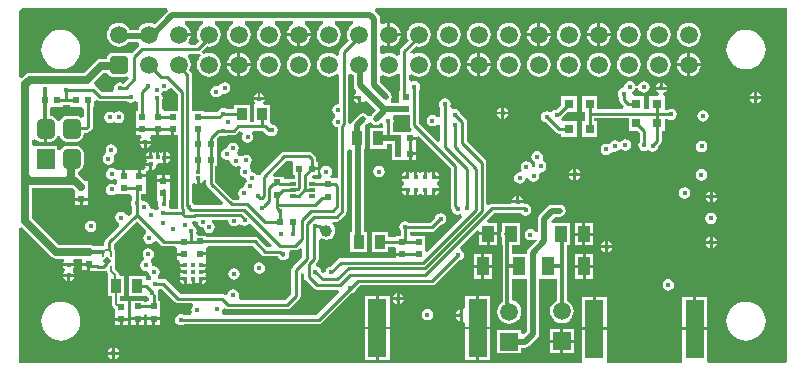
<source format=gbl>
G04*
G04 #@! TF.GenerationSoftware,Altium Limited,Altium Designer,20.2.5 (213)*
G04*
G04 Layer_Physical_Order=4*
G04 Layer_Color=16711680*
%FSLAX42Y42*%
%MOMM*%
G71*
G04*
G04 #@! TF.SameCoordinates,0AE3A023-6BB7-4A84-8F3F-E2DF2112AB30*
G04*
G04*
G04 #@! TF.FilePolarity,Positive*
G04*
G01*
G75*
%ADD12C,0.25*%
%ADD20C,0.38*%
%ADD93R,1.60X4.90*%
%ADD95R,0.60X0.50*%
%ADD96R,0.50X0.60*%
%ADD100R,0.90X1.25*%
%ADD101P,0.68X4X270.0*%
%ADD102C,1.00*%
%ADD103C,0.51*%
%ADD104C,0.30*%
%ADD105C,0.64*%
%ADD106C,1.50*%
G04:AMPARAMS|DCode=107|XSize=1.5mm|YSize=1.5mm|CornerRadius=0.23mm|HoleSize=0mm|Usage=FLASHONLY|Rotation=0.000|XOffset=0mm|YOffset=0mm|HoleType=Round|Shape=RoundedRectangle|*
%AMROUNDEDRECTD107*
21,1,1.50,1.05,0,0,0.0*
21,1,1.05,1.50,0,0,0.0*
1,1,0.45,0.53,-0.53*
1,1,0.45,-0.53,-0.53*
1,1,0.45,-0.53,0.53*
1,1,0.45,0.53,0.53*
%
%ADD107ROUNDEDRECTD107*%
%ADD108R,1.50X1.50*%
%ADD109C,0.45*%
%ADD110R,0.21X0.24*%
%ADD111R,0.48X0.30*%
%ADD112R,1.02X1.65*%
%ADD113R,1.02X1.40*%
%ADD114R,0.80X0.80*%
%ADD115R,0.85X1.05*%
%ADD116R,1.50X1.70*%
G04:AMPARAMS|DCode=117|XSize=1.7mm|YSize=1.5mm|CornerRadius=0.38mm|HoleSize=0mm|Usage=FLASHONLY|Rotation=90.000|XOffset=0mm|YOffset=0mm|HoleType=Round|Shape=RoundedRectangle|*
%AMROUNDEDRECTD117*
21,1,1.70,0.75,0,0,90.0*
21,1,0.95,1.50,0,0,90.0*
1,1,0.75,0.38,0.48*
1,1,0.75,0.38,-0.48*
1,1,0.75,-0.38,-0.48*
1,1,0.75,-0.38,0.48*
%
%ADD117ROUNDEDRECTD117*%
%ADD118C,0.20*%
G36*
X1249Y3000D02*
X1256Y2977D01*
X1256Y2977D01*
X1144Y2865D01*
X1122Y2874D01*
X1095Y2878D01*
X1069Y2874D01*
X1045Y2864D01*
X1024Y2848D01*
X1008Y2827D01*
X1004Y2818D01*
X933D01*
X929Y2827D01*
X913Y2848D01*
X892Y2864D01*
X868Y2874D01*
X841Y2878D01*
X815Y2874D01*
X791Y2864D01*
X770Y2848D01*
X754Y2827D01*
X744Y2803D01*
X740Y2777D01*
X744Y2750D01*
X754Y2726D01*
X770Y2705D01*
X791Y2689D01*
X815Y2679D01*
X841Y2675D01*
X868Y2679D01*
X892Y2689D01*
X913Y2705D01*
X921Y2715D01*
X1000D01*
X1008Y2704D01*
X1008Y2680D01*
X948Y2621D01*
X942Y2617D01*
X917Y2617D01*
X913Y2620D01*
X894Y2624D01*
X789D01*
X770Y2620D01*
X754Y2610D01*
X744Y2594D01*
X740Y2575D01*
Y2571D01*
X690D01*
X668Y2566D01*
X649Y2554D01*
X548Y2453D01*
X87D01*
X65Y2449D01*
X46Y2436D01*
X20Y2411D01*
X-3Y2420D01*
Y2978D01*
X19Y3000D01*
X1249Y3000D01*
D02*
G37*
G36*
X1556Y2865D02*
X1553Y2864D01*
X1532Y2848D01*
X1516Y2827D01*
X1506Y2803D01*
X1502Y2777D01*
X1506Y2750D01*
X1516Y2726D01*
X1521Y2719D01*
X1494Y2691D01*
X1440D01*
X1428Y2714D01*
X1437Y2726D01*
X1447Y2750D01*
X1449Y2764D01*
X1349D01*
Y2789D01*
X1449D01*
X1447Y2803D01*
X1437Y2827D01*
X1421Y2848D01*
X1400Y2864D01*
X1397Y2865D01*
X1402Y2888D01*
X1551D01*
X1556Y2865D01*
D02*
G37*
G36*
X6497Y2998D02*
Y10D01*
X6481Y-5D01*
X5825D01*
X5823Y17D01*
X5823Y18D01*
Y275D01*
X5717D01*
X5612D01*
Y18D01*
X5612Y17D01*
X5610Y-5D01*
X4975D01*
X4973Y17D01*
X4973Y18D01*
Y275D01*
X4867D01*
X4762D01*
Y18D01*
X4762Y17D01*
X4760Y-5D01*
X-3D01*
Y1138D01*
X20Y1147D01*
X136Y1031D01*
X271Y897D01*
X290Y884D01*
X312Y880D01*
X369D01*
X373Y875D01*
X380Y857D01*
X372Y846D01*
X371Y840D01*
X464D01*
X463Y846D01*
X455Y857D01*
X462Y875D01*
X466Y880D01*
X530D01*
Y843D01*
X585D01*
Y830D01*
X598D01*
Y779D01*
X639D01*
X646Y774D01*
X661Y771D01*
X710D01*
X717Y773D01*
X740D01*
X742Y764D01*
X746Y758D01*
X747Y735D01*
X747Y735D01*
X747Y735D01*
Y560D01*
X779D01*
Y498D01*
X779Y497D01*
X782Y484D01*
X789Y472D01*
X800Y462D01*
X800Y462D01*
X807Y457D01*
X807Y422D01*
X807Y399D01*
Y380D01*
X863D01*
X918D01*
Y399D01*
X918Y418D01*
X918Y441D01*
Y523D01*
X851D01*
Y560D01*
X888D01*
Y735D01*
X867D01*
X846Y743D01*
X843Y756D01*
X836Y768D01*
X811Y793D01*
Y810D01*
X811Y812D01*
Y847D01*
X811Y847D01*
Y847D01*
X812Y857D01*
X811Y868D01*
X811D01*
Y903D01*
X811Y905D01*
Y938D01*
X811Y940D01*
Y942D01*
X810D01*
X808Y952D01*
X801Y964D01*
X801Y964D01*
X796Y968D01*
Y1001D01*
X993Y1198D01*
X1072Y1118D01*
X1067Y1091D01*
X1060Y1087D01*
X1050Y1071D01*
X1046Y1052D01*
X1050Y1034D01*
X1060Y1018D01*
X1076Y1007D01*
X1095Y1004D01*
X1114Y1007D01*
X1130Y1018D01*
X1134Y1024D01*
X1161Y1029D01*
X1195Y995D01*
X1208Y987D01*
X1222Y984D01*
X1318D01*
X1335Y968D01*
X1335Y949D01*
Y930D01*
X1390D01*
Y905D01*
X1335D01*
Y867D01*
X1348D01*
X1360Y844D01*
X1360Y844D01*
X1359Y838D01*
X1405D01*
Y812D01*
X1359D01*
X1360Y806D01*
X1367Y796D01*
X1360Y786D01*
X1359Y780D01*
X1405D01*
Y755D01*
X1359D01*
X1360Y749D01*
X1367Y739D01*
X1360Y729D01*
X1359Y723D01*
X1405D01*
Y710D01*
X1418D01*
Y664D01*
X1424Y665D01*
X1438Y674D01*
X1451Y665D01*
X1457Y664D01*
Y710D01*
X1483D01*
Y664D01*
X1489Y665D01*
X1502Y674D01*
X1516Y665D01*
X1522Y664D01*
Y710D01*
X1535D01*
Y723D01*
X1581D01*
X1580Y729D01*
X1573Y739D01*
X1580Y749D01*
X1581Y755D01*
X1535D01*
Y780D01*
X1581D01*
X1580Y786D01*
X1573Y796D01*
X1580Y806D01*
X1581Y812D01*
X1535D01*
Y838D01*
X1581D01*
X1580Y844D01*
X1578Y847D01*
X1580Y870D01*
X1580D01*
Y907D01*
X1525D01*
Y933D01*
X1580D01*
Y952D01*
X1580Y970D01*
X1597Y986D01*
X1976D01*
X2053Y910D01*
X2065Y902D01*
X2080Y899D01*
X2187D01*
X2187Y896D01*
X2198Y880D01*
X2214Y870D01*
X2233Y866D01*
X2251Y870D01*
X2267Y880D01*
X2278Y896D01*
X2281Y915D01*
X2279Y928D01*
X2288Y945D01*
X2293Y951D01*
X2335D01*
X2350Y954D01*
X2362Y963D01*
X2373Y973D01*
X2394Y964D01*
Y894D01*
X2313Y812D01*
X2304Y800D01*
X2301Y785D01*
Y581D01*
X2249Y529D01*
X1868D01*
X1855Y551D01*
X1859Y570D01*
X1855Y589D01*
X1845Y605D01*
X1829Y615D01*
X1810Y619D01*
X1791Y615D01*
X1775Y605D01*
X1765Y589D01*
X1763Y577D01*
X1742Y568D01*
X1739Y568D01*
X1727Y576D01*
X1712Y579D01*
X1361D01*
X1245Y695D01*
X1232Y703D01*
X1218Y706D01*
X1173D01*
X1172Y732D01*
X1172Y733D01*
X1172Y733D01*
X1183Y749D01*
X1186Y768D01*
X1183Y786D01*
X1172Y802D01*
X1156Y813D01*
X1138Y816D01*
X1129Y815D01*
X1121Y823D01*
X1118Y841D01*
X1110Y852D01*
X1110Y864D01*
X1115Y879D01*
X1125Y885D01*
X1135Y901D01*
X1139Y920D01*
X1135Y939D01*
X1125Y955D01*
X1109Y965D01*
X1090Y969D01*
X1071Y965D01*
X1055Y955D01*
X1045Y939D01*
X1041Y920D01*
X1045Y901D01*
X1052Y891D01*
X1053Y879D01*
X1047Y863D01*
X1038Y857D01*
X1027Y841D01*
X1024Y823D01*
X1027Y804D01*
X1038Y788D01*
X1054Y777D01*
X1073Y774D01*
X1081Y775D01*
X1089Y768D01*
X1092Y749D01*
X1103Y733D01*
X1109Y729D01*
X1111Y705D01*
X1107Y700D01*
X1077Y697D01*
X1068Y704D01*
Y735D01*
X927D01*
Y560D01*
X1068D01*
Y560D01*
X1089Y555D01*
X1090Y553D01*
X1096Y549D01*
Y525D01*
X1080D01*
Y514D01*
X1055D01*
Y525D01*
X945D01*
Y443D01*
X945Y425D01*
X945Y402D01*
Y383D01*
X1000D01*
X1055D01*
X1055Y400D01*
X1068Y407D01*
X1075Y404D01*
X1080Y400D01*
Y383D01*
X1135D01*
X1190D01*
Y402D01*
X1190Y420D01*
X1190Y443D01*
Y525D01*
X1174D01*
Y572D01*
X1172Y580D01*
X1174Y588D01*
X1170Y606D01*
X1183Y625D01*
X1204Y626D01*
X1318Y513D01*
X1330Y504D01*
X1345Y501D01*
X1458D01*
X1465Y490D01*
X1468Y478D01*
X1459Y465D01*
X1455Y446D01*
X1459Y428D01*
X1461Y424D01*
X1449Y401D01*
X1393D01*
X1384Y408D01*
X1365Y411D01*
X1346Y408D01*
X1330Y397D01*
X1320Y381D01*
X1316Y362D01*
X1320Y344D01*
X1330Y328D01*
X1346Y317D01*
X1365Y314D01*
X1384Y317D01*
X1393Y324D01*
X2533D01*
X2547Y327D01*
X2560Y335D01*
X2810Y585D01*
X2821Y587D01*
X2837Y598D01*
X2848Y614D01*
X2850Y625D01*
X2879Y654D01*
X3495D01*
X3510Y657D01*
X3522Y665D01*
X3723Y865D01*
X3734Y867D01*
X3750Y878D01*
X3760Y894D01*
X3764Y912D01*
X3760Y931D01*
X3750Y947D01*
X3737Y955D01*
X3732Y972D01*
X3731Y981D01*
X3870Y1120D01*
X3891Y1111D01*
Y1103D01*
X4043D01*
Y1185D01*
X3965D01*
X3956Y1206D01*
X4016Y1266D01*
X4245D01*
X4250Y1258D01*
X4266Y1248D01*
X4285Y1244D01*
X4303Y1248D01*
X4319Y1258D01*
X4330Y1274D01*
X4333Y1293D01*
X4330Y1312D01*
X4319Y1327D01*
X4303Y1338D01*
X4286Y1342D01*
X4271Y1346D01*
X4268Y1349D01*
X4159D01*
X4154Y1344D01*
X4000D01*
X3985Y1341D01*
X3974Y1334D01*
X3964Y1336D01*
X3951Y1341D01*
Y1692D01*
X3948Y1707D01*
X3940Y1720D01*
X3789Y1871D01*
Y2033D01*
X3786Y2047D01*
X3777Y2060D01*
X3732Y2105D01*
X3730Y2116D01*
X3720Y2132D01*
X3704Y2143D01*
X3685Y2146D01*
X3666Y2143D01*
X3649Y2158D01*
X3645Y2169D01*
X3649Y2188D01*
X3645Y2206D01*
X3635Y2222D01*
X3619Y2233D01*
X3600Y2236D01*
X3581Y2233D01*
X3565Y2222D01*
X3555Y2206D01*
X3551Y2188D01*
X3555Y2169D01*
X3561Y2159D01*
Y2086D01*
X3557Y2083D01*
X3530Y2082D01*
X3514Y2093D01*
X3495Y2096D01*
X3476Y2093D01*
X3460Y2082D01*
X3450Y2066D01*
X3446Y2048D01*
X3450Y2029D01*
X3460Y2013D01*
X3476Y2002D01*
X3495Y1999D01*
X3514Y2002D01*
X3530Y2013D01*
X3557Y2012D01*
X3561Y2009D01*
Y1874D01*
X3540Y1865D01*
X3381Y2024D01*
Y2307D01*
X3388Y2316D01*
X3391Y2335D01*
X3388Y2354D01*
X3377Y2370D01*
X3361Y2380D01*
X3342Y2384D01*
X3324Y2380D01*
X3319Y2377D01*
X3296Y2389D01*
Y2432D01*
X3319Y2444D01*
X3331Y2435D01*
X3355Y2425D01*
X3381Y2421D01*
X3408Y2425D01*
X3432Y2435D01*
X3453Y2451D01*
X3469Y2472D01*
X3479Y2496D01*
X3483Y2523D01*
X3479Y2549D01*
X3469Y2573D01*
X3453Y2594D01*
X3432Y2610D01*
X3408Y2620D01*
X3381Y2624D01*
X3355Y2620D01*
X3336Y2612D01*
X3320Y2617D01*
X3311Y2623D01*
X3309Y2632D01*
X3356Y2679D01*
X3381Y2675D01*
X3408Y2679D01*
X3432Y2689D01*
X3453Y2705D01*
X3469Y2726D01*
X3479Y2750D01*
X3483Y2777D01*
X3479Y2803D01*
X3469Y2827D01*
X3453Y2848D01*
X3432Y2864D01*
X3408Y2874D01*
X3381Y2878D01*
X3355Y2874D01*
X3331Y2864D01*
X3310Y2848D01*
X3294Y2827D01*
X3284Y2803D01*
X3280Y2777D01*
X3284Y2750D01*
X3294Y2726D01*
X3230Y2662D01*
X3222Y2650D01*
X3219Y2635D01*
Y2606D01*
X3208Y2600D01*
X3196Y2597D01*
X3178Y2610D01*
X3154Y2620D01*
X3127Y2624D01*
X3101Y2620D01*
X3077Y2610D01*
X3075Y2609D01*
X3052Y2620D01*
Y2679D01*
X3075Y2690D01*
X3077Y2689D01*
X3101Y2679D01*
X3115Y2677D01*
Y2777D01*
Y2876D01*
X3101Y2874D01*
X3077Y2864D01*
X3075Y2863D01*
X3052Y2874D01*
Y2910D01*
X3048Y2930D01*
X3037Y2947D01*
X3037Y2947D01*
X3008Y2976D01*
X3008Y2979D01*
X3015Y2999D01*
X6497Y2998D01*
D02*
G37*
G36*
X2826Y2865D02*
X2823Y2864D01*
X2802Y2848D01*
X2786Y2827D01*
X2776Y2803D01*
X2772Y2777D01*
X2776Y2750D01*
X2786Y2726D01*
X2719Y2659D01*
X2710Y2647D01*
X2707Y2632D01*
Y2609D01*
X2706Y2607D01*
X2685Y2599D01*
X2670Y2610D01*
X2646Y2620D01*
X2619Y2624D01*
X2593Y2620D01*
X2569Y2610D01*
X2548Y2594D01*
X2532Y2573D01*
X2522Y2549D01*
X2518Y2523D01*
X2522Y2496D01*
X2532Y2472D01*
X2548Y2451D01*
X2569Y2435D01*
X2593Y2425D01*
X2619Y2421D01*
X2646Y2425D01*
X2670Y2435D01*
X2685Y2446D01*
X2706Y2438D01*
X2707Y2436D01*
Y2195D01*
X2698Y2187D01*
X2679Y2183D01*
X2664Y2173D01*
X2653Y2157D01*
X2649Y2138D01*
X2653Y2119D01*
X2664Y2104D01*
X2667Y2102D01*
Y2074D01*
X2664Y2072D01*
X2653Y2056D01*
X2649Y2038D01*
X2653Y2019D01*
X2664Y2003D01*
X2679Y1992D01*
X2693Y1990D01*
Y1568D01*
X2687Y1562D01*
X2665Y1560D01*
Y1560D01*
X2639D01*
X2631Y1583D01*
X2642Y1599D01*
X2646Y1617D01*
X2642Y1636D01*
X2631Y1652D01*
X2616Y1663D01*
X2597Y1666D01*
X2578Y1663D01*
X2562Y1652D01*
X2552Y1636D01*
X2548Y1617D01*
X2552Y1599D01*
X2562Y1583D01*
X2555Y1560D01*
X2555D01*
Y1550D01*
X2529D01*
Y1553D01*
X2486D01*
X2475Y1576D01*
X2484Y1587D01*
X2523D01*
Y1630D01*
X2473D01*
Y1655D01*
X2523D01*
Y1698D01*
X2511D01*
Y1723D01*
X2508Y1737D01*
X2500Y1750D01*
X2477Y1772D01*
X2465Y1781D01*
X2450Y1784D01*
X2242D01*
X2228Y1781D01*
X2215Y1772D01*
X2041Y1598D01*
X2033Y1586D01*
X2032Y1586D01*
X2030Y1586D01*
X2009Y1584D01*
X2002Y1595D01*
X1986Y1605D01*
X1967Y1609D01*
X1961Y1615D01*
X1958Y1634D01*
X1947Y1650D01*
X1949Y1676D01*
X1950Y1677D01*
X1961Y1693D01*
X1965Y1712D01*
X1961Y1730D01*
X1950Y1746D01*
X1935Y1757D01*
X1916Y1760D01*
X1897Y1757D01*
X1889Y1751D01*
X1878Y1747D01*
X1856Y1749D01*
X1851Y1753D01*
X1847Y1754D01*
X1842Y1778D01*
X1842Y1778D01*
X1853Y1794D01*
X1856Y1813D01*
X1853Y1831D01*
X1842Y1847D01*
X1826Y1858D01*
X1808Y1861D01*
X1789Y1858D01*
X1773Y1847D01*
X1762Y1831D01*
X1753Y1813D01*
X1734Y1809D01*
X1719Y1798D01*
X1708Y1782D01*
X1704Y1764D01*
X1708Y1745D01*
X1719Y1729D01*
X1734Y1719D01*
X1753Y1715D01*
X1762Y1717D01*
X1778Y1710D01*
X1785Y1700D01*
X1787Y1689D01*
X1798Y1673D01*
X1814Y1662D01*
X1833Y1659D01*
X1851Y1662D01*
X1858Y1667D01*
X1863Y1665D01*
X1878Y1654D01*
X1878Y1650D01*
X1867Y1634D01*
X1864Y1615D01*
X1867Y1596D01*
X1878Y1580D01*
X1894Y1570D01*
X1912Y1566D01*
X1919Y1560D01*
X1922Y1541D01*
X1927Y1535D01*
X1915Y1527D01*
X1905Y1511D01*
X1901Y1493D01*
X1885Y1479D01*
X1880Y1478D01*
X1864Y1467D01*
X1854Y1451D01*
X1850Y1432D01*
X1854Y1414D01*
X1864Y1399D01*
X1862Y1392D01*
X1856Y1376D01*
X1811D01*
X1659Y1529D01*
Y1660D01*
X1670D01*
Y1770D01*
X1670D01*
Y1792D01*
X1670D01*
Y1900D01*
X1694Y1924D01*
X1697D01*
X1706Y1917D01*
X1725Y1914D01*
X1744Y1917D01*
X1753Y1924D01*
X1812D01*
X1827Y1927D01*
X1840Y1935D01*
X1862Y1957D01*
X1880Y1955D01*
X1889Y1934D01*
X1885Y1927D01*
X1881Y1908D01*
X1885Y1889D01*
X1895Y1873D01*
X1911Y1863D01*
X1930Y1859D01*
X1948Y1863D01*
X1964Y1873D01*
X1975Y1889D01*
X1979Y1908D01*
X1975Y1927D01*
X1967Y1938D01*
X1972Y1953D01*
X1977Y1961D01*
X2062D01*
X2086Y1938D01*
X2099Y1929D01*
X2104Y1928D01*
X2116Y1920D01*
X2135Y1916D01*
X2154Y1920D01*
X2170Y1930D01*
X2180Y1946D01*
X2184Y1965D01*
X2180Y1984D01*
X2170Y2000D01*
X2154Y2010D01*
X2142Y2012D01*
X2133Y2017D01*
X2123Y2035D01*
Y2178D01*
X2073D01*
X2067Y2189D01*
X2064Y2201D01*
X2073Y2214D01*
X2074Y2220D01*
X1981D01*
X1982Y2214D01*
X1991Y2201D01*
X1987Y2178D01*
X1987Y2174D01*
Y2039D01*
X1953D01*
Y2178D01*
X1817D01*
Y2146D01*
X1753D01*
X1744Y2153D01*
X1725Y2156D01*
X1706Y2153D01*
X1690Y2142D01*
X1680Y2126D01*
X1679Y2122D01*
X1676Y2119D01*
X1565D01*
Y2130D01*
X1459D01*
Y2437D01*
X1456Y2451D01*
X1447Y2464D01*
X1438Y2474D01*
X1447Y2496D01*
X1451Y2523D01*
X1447Y2549D01*
X1437Y2573D01*
X1424Y2591D01*
X1427Y2603D01*
X1433Y2614D01*
X1510D01*
X1523Y2616D01*
X1525Y2617D01*
X1536Y2597D01*
X1535Y2597D01*
X1532Y2594D01*
X1516Y2573D01*
X1506Y2549D01*
X1502Y2523D01*
X1506Y2496D01*
X1516Y2472D01*
X1532Y2451D01*
X1553Y2435D01*
X1577Y2425D01*
X1603Y2421D01*
X1630Y2425D01*
X1654Y2435D01*
X1675Y2451D01*
X1691Y2472D01*
X1701Y2496D01*
X1705Y2523D01*
X1701Y2549D01*
X1691Y2573D01*
X1675Y2594D01*
X1654Y2610D01*
X1630Y2620D01*
X1603Y2624D01*
X1577Y2620D01*
X1555Y2611D01*
X1553Y2610D01*
X1541Y2629D01*
X1542Y2630D01*
X1589Y2677D01*
X1589Y2677D01*
X1603Y2675D01*
X1630Y2679D01*
X1654Y2689D01*
X1675Y2705D01*
X1691Y2726D01*
X1701Y2750D01*
X1705Y2777D01*
X1701Y2803D01*
X1691Y2827D01*
X1675Y2848D01*
X1654Y2864D01*
X1651Y2865D01*
X1656Y2888D01*
X1805D01*
X1810Y2865D01*
X1807Y2864D01*
X1786Y2848D01*
X1770Y2827D01*
X1760Y2803D01*
X1756Y2777D01*
X1760Y2750D01*
X1770Y2726D01*
X1786Y2705D01*
X1807Y2689D01*
X1831Y2679D01*
X1857Y2675D01*
X1884Y2679D01*
X1908Y2689D01*
X1929Y2705D01*
X1945Y2726D01*
X1955Y2750D01*
X1959Y2777D01*
X1955Y2803D01*
X1945Y2827D01*
X1929Y2848D01*
X1908Y2864D01*
X1905Y2865D01*
X1910Y2888D01*
X2059D01*
X2064Y2865D01*
X2061Y2864D01*
X2040Y2848D01*
X2024Y2827D01*
X2014Y2803D01*
X2010Y2777D01*
X2014Y2750D01*
X2024Y2726D01*
X2040Y2705D01*
X2061Y2689D01*
X2085Y2679D01*
X2111Y2675D01*
X2138Y2679D01*
X2162Y2689D01*
X2183Y2705D01*
X2199Y2726D01*
X2209Y2750D01*
X2213Y2777D01*
X2209Y2803D01*
X2199Y2827D01*
X2183Y2848D01*
X2162Y2864D01*
X2159Y2865D01*
X2164Y2888D01*
X2313D01*
X2318Y2865D01*
X2315Y2864D01*
X2294Y2848D01*
X2278Y2827D01*
X2268Y2803D01*
X2266Y2789D01*
X2465D01*
X2463Y2803D01*
X2453Y2827D01*
X2437Y2848D01*
X2416Y2864D01*
X2413Y2865D01*
X2418Y2888D01*
X2567D01*
X2572Y2865D01*
X2569Y2864D01*
X2548Y2848D01*
X2532Y2827D01*
X2522Y2803D01*
X2518Y2777D01*
X2522Y2750D01*
X2532Y2726D01*
X2548Y2705D01*
X2569Y2689D01*
X2593Y2679D01*
X2619Y2675D01*
X2646Y2679D01*
X2670Y2689D01*
X2691Y2705D01*
X2707Y2726D01*
X2717Y2750D01*
X2721Y2777D01*
X2717Y2803D01*
X2707Y2827D01*
X2691Y2848D01*
X2670Y2864D01*
X2667Y2865D01*
X2672Y2888D01*
X2821D01*
X2826Y2865D01*
D02*
G37*
G36*
X3208Y2445D02*
X3219Y2439D01*
Y2300D01*
X3215D01*
Y2200D01*
X3193Y2197D01*
X3151D01*
X3149Y2199D01*
X3141Y2220D01*
X3148Y2230D01*
X3152Y2250D01*
X3148Y2270D01*
X3137Y2287D01*
X3052Y2371D01*
Y2425D01*
X3075Y2436D01*
X3077Y2435D01*
X3101Y2425D01*
X3127Y2421D01*
X3154Y2425D01*
X3178Y2435D01*
X3196Y2448D01*
X3208Y2445D01*
D02*
G37*
G36*
X744Y2451D02*
X754Y2435D01*
X770Y2425D01*
X789Y2421D01*
X894D01*
X911Y2425D01*
X913Y2424D01*
X927Y2407D01*
X881Y2361D01*
X876D01*
X866Y2368D01*
X848Y2371D01*
X829Y2368D01*
X813Y2357D01*
X802Y2341D01*
X799Y2323D01*
X801Y2312D01*
X787Y2289D01*
X701D01*
X651Y2339D01*
X639Y2347D01*
X639Y2347D01*
X632Y2372D01*
X714Y2454D01*
X743D01*
X744Y2451D01*
D02*
G37*
G36*
X1338Y2272D02*
Y2130D01*
X1242D01*
Y2130D01*
X1228D01*
X1205Y2143D01*
Y2211D01*
X1210Y2219D01*
X1214Y2238D01*
X1210Y2256D01*
X1200Y2273D01*
X1210Y2289D01*
X1222Y2296D01*
X1223Y2296D01*
X1241Y2300D01*
X1257Y2311D01*
X1261Y2317D01*
X1288Y2322D01*
X1338Y2272D01*
D02*
G37*
G36*
X2823Y2435D02*
X2829Y2432D01*
Y2347D01*
X2833Y2327D01*
X2844Y2310D01*
X2849Y2305D01*
X2845Y2277D01*
X2840Y2275D01*
X2830Y2259D01*
X2829Y2253D01*
X2875D01*
Y2240D01*
X2888D01*
Y2194D01*
X2894Y2195D01*
X2910Y2205D01*
X2912Y2210D01*
X2940Y2214D01*
X3018Y2136D01*
X2981Y2099D01*
X2975Y2090D01*
X2951Y2089D01*
X2949Y2089D01*
X2944Y2097D01*
X2927Y2108D01*
X2908Y2112D01*
X2888Y2108D01*
X2871Y2097D01*
X2821Y2047D01*
X2810Y2030D01*
X2808Y2021D01*
X2785Y2024D01*
Y2436D01*
X2788Y2439D01*
X2808Y2446D01*
X2823Y2435D01*
D02*
G37*
G36*
X427Y2164D02*
X528D01*
X544Y2148D01*
Y2105D01*
X544Y2105D01*
Y2082D01*
X531Y2076D01*
X521Y2073D01*
X502Y2086D01*
X478Y2091D01*
X403D01*
X378Y2086D01*
X357Y2072D01*
X343Y2051D01*
X342Y2043D01*
X318D01*
X317Y2051D01*
X303Y2072D01*
X282Y2086D01*
X260Y2090D01*
Y2146D01*
X270Y2165D01*
X370D01*
Y2181D01*
X427D01*
Y2164D01*
D02*
G37*
G36*
X2976Y2033D02*
X2981Y2026D01*
X2998Y2015D01*
X3017Y2011D01*
X3037Y2015D01*
X3052Y2024D01*
X3060Y2024D01*
X3079Y2018D01*
X3081Y2014D01*
Y1985D01*
X2967D01*
Y1810D01*
X3108D01*
Y1846D01*
X3151D01*
Y1768D01*
X3152Y1760D01*
Y1712D01*
X3234D01*
X3253Y1712D01*
Y1712D01*
X3257D01*
Y1712D01*
X3295D01*
Y1768D01*
X3307D01*
Y1780D01*
X3358D01*
Y1823D01*
X3358D01*
Y1842D01*
X3358D01*
Y1885D01*
X3307D01*
Y1910D01*
X3365D01*
X3379Y1916D01*
X3650Y1645D01*
Y1325D01*
X3653Y1310D01*
X3662Y1297D01*
X3662Y1297D01*
X3665Y1281D01*
X3675Y1265D01*
X3691Y1255D01*
X3710Y1251D01*
X3729Y1255D01*
X3736Y1259D01*
X3741Y1258D01*
X3747Y1232D01*
X3454Y939D01*
X3433Y948D01*
X3433Y968D01*
X3433Y991D01*
Y1073D01*
X3322D01*
X3304Y1084D01*
Y1106D01*
X3492D01*
X3507Y1109D01*
X3520Y1118D01*
X3569Y1167D01*
X3584Y1170D01*
X3600Y1180D01*
X3610Y1196D01*
X3614Y1215D01*
X3610Y1234D01*
X3600Y1250D01*
X3584Y1260D01*
X3565Y1264D01*
X3546Y1260D01*
X3530Y1250D01*
X3520Y1234D01*
X3518Y1226D01*
X3476Y1184D01*
X3297D01*
X3284Y1193D01*
X3265Y1196D01*
X3246Y1193D01*
X3230Y1182D01*
X3220Y1166D01*
X3216Y1148D01*
X3220Y1129D01*
X3226Y1119D01*
Y1073D01*
X3187D01*
Y1059D01*
X3120D01*
Y1108D01*
X2980D01*
Y932D01*
X3120D01*
Y981D01*
X3170D01*
X3187Y968D01*
X3187Y949D01*
Y930D01*
X3242D01*
Y905D01*
X3187D01*
Y884D01*
X2720D01*
X2705Y881D01*
X2693Y872D01*
X2632Y812D01*
X2621Y810D01*
X2605Y800D01*
X2595Y784D01*
X2591Y766D01*
X2587Y763D01*
X2570Y755D01*
X2552Y773D01*
X2550Y784D01*
X2540Y800D01*
X2524Y810D01*
X2516Y812D01*
X2509Y836D01*
X2522Y850D01*
X2531Y863D01*
X2534Y877D01*
Y1040D01*
X2557Y1051D01*
X2559Y1049D01*
X2578Y1042D01*
X2598Y1039D01*
X2617Y1042D01*
X2636Y1049D01*
X2651Y1061D01*
X2663Y1077D01*
X2671Y1095D01*
X2674Y1115D01*
X2671Y1135D01*
X2663Y1153D01*
X2651Y1169D01*
X2649Y1171D01*
X2656Y1194D01*
X2685D01*
X2700Y1197D01*
X2713Y1205D01*
X2760Y1252D01*
X2768Y1265D01*
X2771Y1280D01*
Y1793D01*
X2787Y1810D01*
X2789D01*
X2812Y1798D01*
Y1108D01*
X2800D01*
Y932D01*
X2940D01*
Y1108D01*
X2916D01*
Y1810D01*
X2928D01*
Y1985D01*
X2928D01*
X2929Y2008D01*
X2944Y2023D01*
X2950Y2032D01*
X2974Y2034D01*
X2976Y2033D01*
D02*
G37*
G36*
X3304Y2008D02*
X3307Y1993D01*
X3315Y1980D01*
X3321Y1974D01*
X3312Y1953D01*
X3257D01*
X3257Y1953D01*
X3253D01*
Y1953D01*
X3234Y1953D01*
X3159D01*
Y2014D01*
X3165Y2024D01*
X3169Y2042D01*
X3165Y2061D01*
X3159Y2070D01*
X3168Y2092D01*
X3169Y2093D01*
X3270D01*
X3277Y2095D01*
X3304D01*
Y2008D01*
D02*
G37*
G36*
X658Y2223D02*
X670Y2214D01*
X685Y2211D01*
X912D01*
X921Y2205D01*
X940Y2201D01*
X959Y2205D01*
X975Y2215D01*
X976Y2217D01*
X999Y2210D01*
Y2130D01*
X982D01*
Y2030D01*
X982D01*
Y2025D01*
X982D01*
Y1988D01*
X1037D01*
Y1962D01*
X982D01*
Y1925D01*
X1027D01*
X1034Y1902D01*
X1030Y1900D01*
X1020Y1884D01*
X1019Y1878D01*
X1111D01*
X1110Y1884D01*
X1101Y1897D01*
X1105Y1912D01*
X1109Y1921D01*
X1116Y1925D01*
X1155D01*
Y1975D01*
X1180D01*
Y1925D01*
X1223D01*
Y1925D01*
X1242D01*
Y1925D01*
X1285D01*
Y1975D01*
X1310D01*
Y1925D01*
X1338D01*
Y1307D01*
X1334Y1303D01*
X1278D01*
X1266Y1323D01*
X1265Y1325D01*
X1269Y1343D01*
X1266Y1359D01*
X1266Y1362D01*
X1273Y1382D01*
X1273D01*
Y1464D01*
X1273Y1483D01*
X1273D01*
Y1487D01*
X1273D01*
Y1525D01*
X1217D01*
X1162D01*
Y1487D01*
X1162Y1487D01*
Y1483D01*
X1162D01*
X1162Y1464D01*
Y1382D01*
X1162D01*
X1174Y1362D01*
X1174Y1359D01*
X1171Y1343D01*
X1175Y1324D01*
X1177Y1321D01*
X1181Y1306D01*
X1170Y1289D01*
X1155Y1288D01*
X1146Y1288D01*
X1131Y1298D01*
X1123Y1299D01*
X1104Y1318D01*
X1100Y1336D01*
X1090Y1352D01*
X1074Y1363D01*
X1055Y1366D01*
X1049Y1365D01*
X1031Y1384D01*
Y1427D01*
X1070D01*
Y1509D01*
X1070Y1528D01*
X1070Y1551D01*
Y1570D01*
X1015D01*
Y1582D01*
X1002D01*
Y1633D01*
X961D01*
X938Y1633D01*
X937Y1633D01*
X895D01*
Y1582D01*
X870D01*
Y1633D01*
X827D01*
X827Y1633D01*
X806Y1638D01*
X799Y1643D01*
X780Y1646D01*
X761Y1643D01*
X745Y1632D01*
X735Y1616D01*
X731Y1598D01*
X735Y1579D01*
X745Y1563D01*
X761Y1552D01*
X780Y1549D01*
X799Y1552D01*
X804Y1556D01*
X827Y1544D01*
Y1519D01*
X804Y1506D01*
X799Y1510D01*
X780Y1514D01*
X761Y1510D01*
X745Y1500D01*
X735Y1484D01*
X731Y1465D01*
X735Y1446D01*
X745Y1430D01*
X761Y1420D01*
X780Y1416D01*
X799Y1420D01*
X805Y1424D01*
X827Y1427D01*
X827Y1427D01*
X827Y1427D01*
X938D01*
X954Y1411D01*
Y1378D01*
X947Y1369D01*
X944Y1350D01*
X947Y1331D01*
X954Y1322D01*
Y1269D01*
X929Y1244D01*
X920Y1245D01*
X903Y1250D01*
X895Y1262D01*
X879Y1273D01*
X860Y1276D01*
X841Y1273D01*
X825Y1262D01*
X815Y1246D01*
X811Y1227D01*
X815Y1209D01*
X825Y1193D01*
X838Y1185D01*
X843Y1168D01*
X844Y1159D01*
X730Y1045D01*
X722Y1032D01*
X719Y1018D01*
Y986D01*
X708Y983D01*
X708Y983D01*
X640D01*
Y985D01*
X620D01*
X610Y992D01*
X588Y996D01*
X336D01*
X219Y1114D01*
X108Y1224D01*
Y1479D01*
X448D01*
X467Y1460D01*
X467Y1437D01*
X467D01*
Y1433D01*
X467D01*
Y1395D01*
X523D01*
X578D01*
Y1433D01*
X578Y1433D01*
Y1437D01*
X578D01*
X578Y1456D01*
Y1473D01*
X581Y1488D01*
X578Y1502D01*
Y1538D01*
X555D01*
X514Y1579D01*
X496Y1591D01*
Y1617D01*
X502Y1618D01*
X523Y1632D01*
X537Y1653D01*
X542Y1678D01*
Y1773D01*
X537Y1797D01*
X523Y1818D01*
X502Y1832D01*
X478Y1837D01*
X403D01*
X378Y1832D01*
X357Y1818D01*
X343Y1797D01*
X320Y1799D01*
Y1836D01*
X131D01*
X120Y1836D01*
X108Y1854D01*
Y1888D01*
X131Y1895D01*
X137Y1886D01*
X158Y1872D01*
X183Y1867D01*
X207D01*
Y1979D01*
X233D01*
Y1867D01*
X258D01*
X282Y1872D01*
X303Y1886D01*
X317Y1907D01*
X318Y1915D01*
X342D01*
X343Y1907D01*
X357Y1886D01*
X378Y1872D01*
X403Y1867D01*
X478D01*
X502Y1872D01*
X523Y1886D01*
X537Y1907D01*
X542Y1932D01*
Y1946D01*
X568D01*
X582Y1949D01*
X595Y1958D01*
X610Y1972D01*
X618Y1985D01*
X621Y2000D01*
Y2105D01*
X621Y2105D01*
Y2164D01*
X633D01*
Y2217D01*
X654Y2226D01*
X658Y2223D01*
D02*
G37*
G36*
X2317Y1698D02*
Y1587D01*
X2329D01*
Y1553D01*
X2263D01*
Y1551D01*
X2238D01*
Y1575D01*
X2158D01*
X2149Y1597D01*
X2259Y1706D01*
X2298D01*
X2317Y1698D01*
D02*
G37*
G36*
X1525Y1514D02*
X1531Y1515D01*
X1547Y1525D01*
X1558Y1541D01*
X1558Y1545D01*
X1581Y1542D01*
Y1512D01*
X1584Y1498D01*
X1593Y1485D01*
X1725Y1352D01*
X1716Y1331D01*
X1479D01*
X1478Y1336D01*
X1467Y1352D01*
X1459Y1358D01*
Y1513D01*
X1468Y1519D01*
X1482Y1523D01*
X1494Y1515D01*
X1500Y1514D01*
Y1560D01*
X1525D01*
Y1514D01*
D02*
G37*
G36*
X1769Y1201D02*
X1772Y1182D01*
X1783Y1166D01*
X1799Y1156D01*
X1817Y1152D01*
X1836Y1156D01*
X1852Y1166D01*
X1870Y1173D01*
X1878Y1168D01*
X1886Y1162D01*
X1905Y1159D01*
X1924Y1162D01*
X1940Y1173D01*
X1940Y1173D01*
X1962Y1175D01*
X2140Y997D01*
X2131Y976D01*
X2096D01*
X2020Y1052D01*
X2007Y1061D01*
X1992Y1064D01*
X1580D01*
Y1075D01*
X1511D01*
X1498Y1095D01*
X1498Y1098D01*
X1501Y1115D01*
X1498Y1134D01*
X1487Y1150D01*
X1471Y1160D01*
X1465Y1161D01*
X1459Y1178D01*
X1472Y1199D01*
X1477D01*
X1487Y1200D01*
X1492Y1199D01*
X1504Y1191D01*
X1510Y1186D01*
X1512Y1175D01*
X1523Y1159D01*
X1539Y1148D01*
X1557Y1145D01*
X1560Y1127D01*
X1571Y1111D01*
X1587Y1100D01*
X1605Y1096D01*
X1624Y1100D01*
X1640Y1111D01*
X1650Y1127D01*
X1654Y1145D01*
X1650Y1164D01*
X1640Y1180D01*
X1628Y1187D01*
X1632Y1210D01*
X1761D01*
X1769Y1201D01*
D02*
G37*
G36*
X2409Y750D02*
Y725D01*
X2412Y710D01*
X2420Y698D01*
X2490Y628D01*
X2503Y619D01*
X2517Y616D01*
X2699D01*
X2708Y593D01*
X2516Y401D01*
X1721D01*
X1710Y424D01*
X1715Y431D01*
X1718Y447D01*
X1723Y452D01*
X1724Y452D01*
X1740Y459D01*
X1748Y454D01*
X1762Y451D01*
X2265D01*
X2280Y454D01*
X2292Y463D01*
X2367Y538D01*
X2376Y550D01*
X2379Y565D01*
Y756D01*
X2386Y762D01*
X2409Y750D01*
D02*
G37*
%LPC*%
G36*
X350Y2816D02*
X318Y2813D01*
X286Y2804D01*
X258Y2788D01*
X232Y2768D01*
X212Y2742D01*
X196Y2714D01*
X187Y2682D01*
X184Y2650D01*
X187Y2618D01*
X196Y2586D01*
X212Y2558D01*
X232Y2532D01*
X258Y2512D01*
X286Y2496D01*
X318Y2487D01*
X350Y2484D01*
X382Y2487D01*
X414Y2496D01*
X442Y2512D01*
X468Y2532D01*
X488Y2558D01*
X504Y2586D01*
X513Y2618D01*
X516Y2650D01*
X513Y2682D01*
X504Y2714D01*
X488Y2742D01*
X468Y2768D01*
X442Y2788D01*
X414Y2804D01*
X382Y2813D01*
X350Y2816D01*
D02*
G37*
G36*
X4918Y2876D02*
Y2789D01*
X5005D01*
X5003Y2803D01*
X4993Y2827D01*
X4977Y2848D01*
X4956Y2864D01*
X4932Y2874D01*
X4918Y2876D01*
D02*
G37*
G36*
X4893D02*
X4879Y2874D01*
X4855Y2864D01*
X4834Y2848D01*
X4818Y2827D01*
X4808Y2803D01*
X4806Y2789D01*
X4893D01*
Y2876D01*
D02*
G37*
G36*
X4410D02*
Y2789D01*
X4497D01*
X4495Y2803D01*
X4485Y2827D01*
X4469Y2848D01*
X4448Y2864D01*
X4424Y2874D01*
X4410Y2876D01*
D02*
G37*
G36*
X4385D02*
X4371Y2874D01*
X4347Y2864D01*
X4326Y2848D01*
X4310Y2827D01*
X4300Y2803D01*
X4298Y2789D01*
X4385D01*
Y2876D01*
D02*
G37*
G36*
X3140D02*
Y2789D01*
X3227D01*
X3225Y2803D01*
X3215Y2827D01*
X3199Y2848D01*
X3178Y2864D01*
X3154Y2874D01*
X3140Y2876D01*
D02*
G37*
G36*
X5005Y2764D02*
X4918D01*
Y2677D01*
X4932Y2679D01*
X4956Y2689D01*
X4977Y2705D01*
X4993Y2726D01*
X5003Y2750D01*
X5005Y2764D01*
D02*
G37*
G36*
X4893D02*
X4806D01*
X4808Y2750D01*
X4818Y2726D01*
X4834Y2705D01*
X4855Y2689D01*
X4879Y2679D01*
X4893Y2677D01*
Y2764D01*
D02*
G37*
G36*
X4497D02*
X4410D01*
Y2677D01*
X4424Y2679D01*
X4448Y2689D01*
X4469Y2705D01*
X4485Y2726D01*
X4495Y2750D01*
X4497Y2764D01*
D02*
G37*
G36*
X4385D02*
X4298D01*
X4300Y2750D01*
X4310Y2726D01*
X4326Y2705D01*
X4347Y2689D01*
X4371Y2679D01*
X4385Y2677D01*
Y2764D01*
D02*
G37*
G36*
X3227D02*
X3140D01*
Y2677D01*
X3154Y2679D01*
X3178Y2689D01*
X3199Y2705D01*
X3215Y2726D01*
X3225Y2750D01*
X3227Y2764D01*
D02*
G37*
G36*
X5667Y2878D02*
X5641Y2874D01*
X5617Y2864D01*
X5596Y2848D01*
X5580Y2827D01*
X5570Y2803D01*
X5566Y2777D01*
X5570Y2750D01*
X5580Y2726D01*
X5596Y2705D01*
X5617Y2689D01*
X5641Y2679D01*
X5667Y2675D01*
X5694Y2679D01*
X5718Y2689D01*
X5739Y2705D01*
X5755Y2726D01*
X5765Y2750D01*
X5769Y2777D01*
X5765Y2803D01*
X5755Y2827D01*
X5739Y2848D01*
X5718Y2864D01*
X5694Y2874D01*
X5667Y2878D01*
D02*
G37*
G36*
X5413D02*
X5387Y2874D01*
X5363Y2864D01*
X5342Y2848D01*
X5326Y2827D01*
X5316Y2803D01*
X5312Y2777D01*
X5316Y2750D01*
X5326Y2726D01*
X5342Y2705D01*
X5363Y2689D01*
X5387Y2679D01*
X5413Y2675D01*
X5440Y2679D01*
X5464Y2689D01*
X5485Y2705D01*
X5501Y2726D01*
X5511Y2750D01*
X5515Y2777D01*
X5511Y2803D01*
X5501Y2827D01*
X5485Y2848D01*
X5464Y2864D01*
X5440Y2874D01*
X5413Y2878D01*
D02*
G37*
G36*
X5159D02*
X5133Y2874D01*
X5109Y2864D01*
X5088Y2848D01*
X5072Y2827D01*
X5062Y2803D01*
X5058Y2777D01*
X5062Y2750D01*
X5072Y2726D01*
X5088Y2705D01*
X5109Y2689D01*
X5133Y2679D01*
X5159Y2675D01*
X5186Y2679D01*
X5210Y2689D01*
X5231Y2705D01*
X5247Y2726D01*
X5257Y2750D01*
X5261Y2777D01*
X5257Y2803D01*
X5247Y2827D01*
X5231Y2848D01*
X5210Y2864D01*
X5186Y2874D01*
X5159Y2878D01*
D02*
G37*
G36*
X4651D02*
X4625Y2874D01*
X4601Y2864D01*
X4580Y2848D01*
X4564Y2827D01*
X4554Y2803D01*
X4550Y2777D01*
X4554Y2750D01*
X4564Y2726D01*
X4580Y2705D01*
X4601Y2689D01*
X4625Y2679D01*
X4651Y2675D01*
X4678Y2679D01*
X4702Y2689D01*
X4723Y2705D01*
X4739Y2726D01*
X4749Y2750D01*
X4753Y2777D01*
X4749Y2803D01*
X4739Y2827D01*
X4723Y2848D01*
X4702Y2864D01*
X4678Y2874D01*
X4651Y2878D01*
D02*
G37*
G36*
X4143D02*
X4117Y2874D01*
X4093Y2864D01*
X4072Y2848D01*
X4056Y2827D01*
X4046Y2803D01*
X4042Y2777D01*
X4046Y2750D01*
X4056Y2726D01*
X4072Y2705D01*
X4093Y2689D01*
X4117Y2679D01*
X4143Y2675D01*
X4170Y2679D01*
X4194Y2689D01*
X4215Y2705D01*
X4231Y2726D01*
X4241Y2750D01*
X4245Y2777D01*
X4241Y2803D01*
X4231Y2827D01*
X4215Y2848D01*
X4194Y2864D01*
X4170Y2874D01*
X4143Y2878D01*
D02*
G37*
G36*
X3889D02*
X3863Y2874D01*
X3839Y2864D01*
X3818Y2848D01*
X3802Y2827D01*
X3792Y2803D01*
X3788Y2777D01*
X3792Y2750D01*
X3802Y2726D01*
X3818Y2705D01*
X3839Y2689D01*
X3863Y2679D01*
X3889Y2675D01*
X3916Y2679D01*
X3940Y2689D01*
X3961Y2705D01*
X3977Y2726D01*
X3987Y2750D01*
X3991Y2777D01*
X3987Y2803D01*
X3977Y2827D01*
X3961Y2848D01*
X3940Y2864D01*
X3916Y2874D01*
X3889Y2878D01*
D02*
G37*
G36*
X3635D02*
X3609Y2874D01*
X3585Y2864D01*
X3564Y2848D01*
X3548Y2827D01*
X3538Y2803D01*
X3534Y2777D01*
X3538Y2750D01*
X3548Y2726D01*
X3564Y2705D01*
X3585Y2689D01*
X3609Y2679D01*
X3635Y2675D01*
X3662Y2679D01*
X3686Y2689D01*
X3707Y2705D01*
X3723Y2726D01*
X3733Y2750D01*
X3737Y2777D01*
X3733Y2803D01*
X3723Y2827D01*
X3707Y2848D01*
X3686Y2864D01*
X3662Y2874D01*
X3635Y2878D01*
D02*
G37*
G36*
X5680Y2622D02*
Y2535D01*
X5767D01*
X5765Y2549D01*
X5755Y2573D01*
X5739Y2594D01*
X5718Y2610D01*
X5694Y2620D01*
X5680Y2622D01*
D02*
G37*
G36*
X5655D02*
X5641Y2620D01*
X5617Y2610D01*
X5596Y2594D01*
X5580Y2573D01*
X5570Y2549D01*
X5568Y2535D01*
X5655D01*
Y2622D01*
D02*
G37*
G36*
X3902D02*
Y2535D01*
X3989D01*
X3987Y2549D01*
X3977Y2573D01*
X3961Y2594D01*
X3940Y2610D01*
X3916Y2620D01*
X3902Y2622D01*
D02*
G37*
G36*
X3877D02*
X3863Y2620D01*
X3839Y2610D01*
X3818Y2594D01*
X3802Y2573D01*
X3792Y2549D01*
X3790Y2535D01*
X3877D01*
Y2622D01*
D02*
G37*
G36*
X6150Y2816D02*
X6118Y2813D01*
X6086Y2804D01*
X6058Y2788D01*
X6032Y2768D01*
X6012Y2742D01*
X5996Y2714D01*
X5987Y2682D01*
X5984Y2650D01*
X5987Y2618D01*
X5996Y2586D01*
X6012Y2558D01*
X6032Y2532D01*
X6058Y2512D01*
X6086Y2496D01*
X6118Y2487D01*
X6150Y2484D01*
X6182Y2487D01*
X6214Y2496D01*
X6242Y2512D01*
X6268Y2532D01*
X6288Y2558D01*
X6304Y2586D01*
X6313Y2618D01*
X6316Y2650D01*
X6313Y2682D01*
X6304Y2714D01*
X6288Y2742D01*
X6268Y2768D01*
X6242Y2788D01*
X6214Y2804D01*
X6182Y2813D01*
X6150Y2816D01*
D02*
G37*
G36*
X5767Y2510D02*
X5680D01*
Y2423D01*
X5694Y2425D01*
X5718Y2435D01*
X5739Y2451D01*
X5755Y2472D01*
X5765Y2496D01*
X5767Y2510D01*
D02*
G37*
G36*
X5655D02*
X5568D01*
X5570Y2496D01*
X5580Y2472D01*
X5596Y2451D01*
X5617Y2435D01*
X5641Y2425D01*
X5655Y2423D01*
Y2510D01*
D02*
G37*
G36*
X3989D02*
X3902D01*
Y2423D01*
X3916Y2425D01*
X3940Y2435D01*
X3961Y2451D01*
X3977Y2472D01*
X3987Y2496D01*
X3989Y2510D01*
D02*
G37*
G36*
X3877D02*
X3790D01*
X3792Y2496D01*
X3802Y2472D01*
X3818Y2451D01*
X3839Y2435D01*
X3863Y2425D01*
X3877Y2423D01*
Y2510D01*
D02*
G37*
G36*
X5413Y2624D02*
X5387Y2620D01*
X5363Y2610D01*
X5342Y2594D01*
X5326Y2573D01*
X5316Y2549D01*
X5312Y2523D01*
X5316Y2496D01*
X5326Y2472D01*
X5342Y2451D01*
X5363Y2435D01*
X5387Y2425D01*
X5413Y2421D01*
X5440Y2425D01*
X5464Y2435D01*
X5485Y2451D01*
X5501Y2472D01*
X5511Y2496D01*
X5515Y2523D01*
X5511Y2549D01*
X5501Y2573D01*
X5485Y2594D01*
X5464Y2610D01*
X5440Y2620D01*
X5413Y2624D01*
D02*
G37*
G36*
X5159D02*
X5133Y2620D01*
X5109Y2610D01*
X5088Y2594D01*
X5072Y2573D01*
X5062Y2549D01*
X5058Y2523D01*
X5062Y2496D01*
X5072Y2472D01*
X5088Y2451D01*
X5109Y2435D01*
X5133Y2425D01*
X5159Y2421D01*
X5186Y2425D01*
X5210Y2435D01*
X5231Y2451D01*
X5247Y2472D01*
X5257Y2496D01*
X5261Y2523D01*
X5257Y2549D01*
X5247Y2573D01*
X5231Y2594D01*
X5210Y2610D01*
X5186Y2620D01*
X5159Y2624D01*
D02*
G37*
G36*
X4905D02*
X4879Y2620D01*
X4855Y2610D01*
X4834Y2594D01*
X4818Y2573D01*
X4808Y2549D01*
X4804Y2523D01*
X4808Y2496D01*
X4818Y2472D01*
X4834Y2451D01*
X4855Y2435D01*
X4879Y2425D01*
X4905Y2421D01*
X4932Y2425D01*
X4956Y2435D01*
X4977Y2451D01*
X4993Y2472D01*
X5003Y2496D01*
X5007Y2523D01*
X5003Y2549D01*
X4993Y2573D01*
X4977Y2594D01*
X4956Y2610D01*
X4932Y2620D01*
X4905Y2624D01*
D02*
G37*
G36*
X4651D02*
X4625Y2620D01*
X4601Y2610D01*
X4580Y2594D01*
X4564Y2573D01*
X4554Y2549D01*
X4550Y2523D01*
X4554Y2496D01*
X4564Y2472D01*
X4580Y2451D01*
X4601Y2435D01*
X4625Y2425D01*
X4651Y2421D01*
X4678Y2425D01*
X4702Y2435D01*
X4723Y2451D01*
X4739Y2472D01*
X4749Y2496D01*
X4753Y2523D01*
X4749Y2549D01*
X4739Y2573D01*
X4723Y2594D01*
X4702Y2610D01*
X4678Y2620D01*
X4651Y2624D01*
D02*
G37*
G36*
X4397D02*
X4371Y2620D01*
X4347Y2610D01*
X4326Y2594D01*
X4310Y2573D01*
X4300Y2549D01*
X4296Y2523D01*
X4300Y2496D01*
X4310Y2472D01*
X4326Y2451D01*
X4347Y2435D01*
X4371Y2425D01*
X4397Y2421D01*
X4424Y2425D01*
X4448Y2435D01*
X4469Y2451D01*
X4485Y2472D01*
X4495Y2496D01*
X4499Y2523D01*
X4495Y2549D01*
X4485Y2573D01*
X4469Y2594D01*
X4448Y2610D01*
X4424Y2620D01*
X4397Y2624D01*
D02*
G37*
G36*
X4143D02*
X4117Y2620D01*
X4093Y2610D01*
X4072Y2594D01*
X4056Y2573D01*
X4046Y2549D01*
X4042Y2523D01*
X4046Y2496D01*
X4056Y2472D01*
X4072Y2451D01*
X4093Y2435D01*
X4117Y2425D01*
X4143Y2421D01*
X4170Y2425D01*
X4194Y2435D01*
X4215Y2451D01*
X4231Y2472D01*
X4241Y2496D01*
X4245Y2523D01*
X4241Y2549D01*
X4231Y2573D01*
X4215Y2594D01*
X4194Y2610D01*
X4170Y2620D01*
X4143Y2624D01*
D02*
G37*
G36*
X3635D02*
X3609Y2620D01*
X3585Y2610D01*
X3564Y2594D01*
X3548Y2573D01*
X3538Y2549D01*
X3534Y2523D01*
X3538Y2496D01*
X3548Y2472D01*
X3564Y2451D01*
X3585Y2435D01*
X3609Y2425D01*
X3635Y2421D01*
X3662Y2425D01*
X3686Y2435D01*
X3707Y2451D01*
X3723Y2472D01*
X3733Y2496D01*
X3737Y2523D01*
X3733Y2549D01*
X3723Y2573D01*
X3707Y2594D01*
X3686Y2610D01*
X3662Y2620D01*
X3635Y2624D01*
D02*
G37*
G36*
X5445Y2369D02*
Y2335D01*
X5479D01*
X5478Y2341D01*
X5467Y2357D01*
X5451Y2368D01*
X5445Y2369D01*
D02*
G37*
G36*
X5420D02*
X5414Y2368D01*
X5398Y2357D01*
X5387Y2341D01*
X5386Y2335D01*
X5420D01*
Y2369D01*
D02*
G37*
G36*
X5167Y2384D02*
X5149Y2380D01*
X5133Y2370D01*
X5122Y2354D01*
X5121Y2348D01*
X5117Y2334D01*
X5098Y2323D01*
X5096Y2323D01*
X5080Y2312D01*
X5070Y2296D01*
X5066Y2277D01*
X5070Y2259D01*
X5079Y2246D01*
Y2223D01*
X5082Y2208D01*
X5090Y2195D01*
X5116Y2169D01*
X5106Y2146D01*
X4893D01*
Y2253D01*
X4762D01*
Y2122D01*
X4789D01*
Y2043D01*
X4762D01*
Y1912D01*
X4893D01*
Y2043D01*
X4866D01*
Y2069D01*
X5157D01*
Y1960D01*
X5233D01*
X5249Y1944D01*
Y1868D01*
X5242Y1859D01*
X5239Y1840D01*
X5242Y1821D01*
X5253Y1805D01*
X5269Y1795D01*
X5288Y1791D01*
X5306Y1795D01*
X5321Y1805D01*
X5325Y1798D01*
X5341Y1787D01*
X5360Y1784D01*
X5379Y1787D01*
X5395Y1798D01*
X5405Y1814D01*
X5409Y1832D01*
X5425Y1848D01*
X5433Y1860D01*
X5436Y1875D01*
Y1960D01*
X5463D01*
Y2061D01*
X5487D01*
X5496Y2055D01*
X5515Y2051D01*
X5534Y2055D01*
X5550Y2065D01*
X5560Y2081D01*
X5564Y2100D01*
X5560Y2119D01*
X5550Y2135D01*
X5534Y2145D01*
X5515Y2149D01*
X5496Y2145D01*
X5487Y2139D01*
X5463D01*
Y2255D01*
X5463D01*
X5452Y2277D01*
X5452Y2278D01*
X5467Y2288D01*
X5478Y2304D01*
X5479Y2310D01*
X5386D01*
X5387Y2304D01*
X5398Y2288D01*
X5413Y2278D01*
X5413Y2277D01*
X5402Y2255D01*
X5332D01*
Y2146D01*
X5288D01*
Y2255D01*
X5201D01*
X5182Y2278D01*
X5184Y2289D01*
X5185Y2290D01*
X5186Y2290D01*
X5202Y2300D01*
X5213Y2316D01*
X5214Y2325D01*
X5238D01*
X5240Y2314D01*
X5250Y2298D01*
X5266Y2287D01*
X5285Y2284D01*
X5304Y2287D01*
X5320Y2298D01*
X5330Y2314D01*
X5334Y2333D01*
X5330Y2351D01*
X5320Y2367D01*
X5304Y2378D01*
X5285Y2381D01*
X5266Y2378D01*
X5250Y2367D01*
X5240Y2351D01*
X5238Y2343D01*
X5215D01*
X5213Y2354D01*
X5202Y2370D01*
X5186Y2380D01*
X5167Y2384D01*
D02*
G37*
G36*
X6245Y2289D02*
Y2255D01*
X6279D01*
X6278Y2261D01*
X6267Y2277D01*
X6251Y2288D01*
X6245Y2289D01*
D02*
G37*
G36*
X6220D02*
X6214Y2288D01*
X6198Y2277D01*
X6187Y2261D01*
X6186Y2255D01*
X6220D01*
Y2289D01*
D02*
G37*
G36*
X6279Y2230D02*
X6245D01*
Y2196D01*
X6251Y2197D01*
X6267Y2208D01*
X6278Y2224D01*
X6279Y2230D01*
D02*
G37*
G36*
X6220D02*
X6186D01*
X6187Y2224D01*
X6198Y2208D01*
X6214Y2197D01*
X6220Y2196D01*
Y2230D01*
D02*
G37*
G36*
X4718Y2253D02*
X4587D01*
Y2177D01*
X4551Y2141D01*
X4547Y2141D01*
X4528Y2138D01*
X4512Y2127D01*
X4497Y2115D01*
X4484Y2123D01*
X4481Y2125D01*
X4462Y2129D01*
X4443Y2125D01*
X4427Y2115D01*
X4417Y2099D01*
X4413Y2080D01*
X4417Y2061D01*
X4427Y2046D01*
X4443Y2035D01*
X4455Y2033D01*
X4538Y1950D01*
X4550Y1942D01*
X4565Y1939D01*
X4587D01*
Y1912D01*
X4718D01*
Y2043D01*
X4597D01*
X4586Y2065D01*
X4591Y2072D01*
X4595Y2075D01*
X4642Y2122D01*
X4718D01*
Y2253D01*
D02*
G37*
G36*
X4103Y2159D02*
Y2125D01*
X4136D01*
X4135Y2131D01*
X4125Y2147D01*
X4109Y2158D01*
X4103Y2159D01*
D02*
G37*
G36*
X4077D02*
X4071Y2158D01*
X4055Y2147D01*
X4045Y2131D01*
X4044Y2125D01*
X4077D01*
Y2159D01*
D02*
G37*
G36*
X4136Y2100D02*
X4103D01*
Y2066D01*
X4109Y2067D01*
X4125Y2078D01*
X4135Y2094D01*
X4136Y2100D01*
D02*
G37*
G36*
X4077D02*
X4044D01*
X4045Y2094D01*
X4055Y2078D01*
X4071Y2067D01*
X4077Y2066D01*
Y2100D01*
D02*
G37*
G36*
X5788Y2136D02*
X5769Y2133D01*
X5753Y2122D01*
X5742Y2106D01*
X5739Y2088D01*
X5742Y2069D01*
X5753Y2053D01*
X5769Y2042D01*
X5788Y2039D01*
X5806Y2042D01*
X5822Y2053D01*
X5833Y2069D01*
X5836Y2088D01*
X5833Y2106D01*
X5822Y2122D01*
X5806Y2133D01*
X5788Y2136D01*
D02*
G37*
G36*
X5130Y1891D02*
X5111Y1888D01*
X5097Y1878D01*
X5077Y1867D01*
X5061Y1878D01*
X5042Y1881D01*
X5024Y1878D01*
X5008Y1867D01*
X5006Y1864D01*
X4989Y1851D01*
X4974Y1852D01*
X4967Y1853D01*
X4949Y1850D01*
X4933Y1839D01*
X4922Y1823D01*
X4919Y1804D01*
X4922Y1786D01*
X4933Y1770D01*
X4949Y1759D01*
X4967Y1756D01*
X4986Y1759D01*
X5002Y1770D01*
X5004Y1773D01*
X5021Y1785D01*
X5036Y1785D01*
X5042Y1784D01*
X5061Y1787D01*
X5075Y1797D01*
X5095Y1808D01*
X5111Y1797D01*
X5130Y1794D01*
X5149Y1797D01*
X5165Y1808D01*
X5175Y1824D01*
X5179Y1842D01*
X5175Y1861D01*
X5165Y1877D01*
X5149Y1888D01*
X5130Y1891D01*
D02*
G37*
G36*
X5775Y1879D02*
X5756Y1875D01*
X5740Y1865D01*
X5730Y1849D01*
X5726Y1830D01*
X5730Y1811D01*
X5740Y1795D01*
X5756Y1785D01*
X5775Y1781D01*
X5794Y1785D01*
X5810Y1795D01*
X5820Y1811D01*
X5824Y1830D01*
X5820Y1849D01*
X5810Y1865D01*
X5794Y1875D01*
X5775Y1879D01*
D02*
G37*
G36*
X4383Y1791D02*
X4364Y1788D01*
X4348Y1777D01*
X4337Y1761D01*
X4334Y1742D01*
X4337Y1724D01*
X4348Y1708D01*
X4364Y1697D01*
X4366Y1674D01*
X4364Y1660D01*
X4356Y1651D01*
X4341Y1655D01*
X4338Y1674D01*
X4327Y1690D01*
X4311Y1700D01*
X4292Y1704D01*
X4274Y1700D01*
X4258Y1690D01*
X4247Y1674D01*
X4244Y1655D01*
X4247Y1636D01*
X4251Y1632D01*
X4237Y1611D01*
X4235Y1611D01*
X4216Y1608D01*
X4200Y1597D01*
X4190Y1581D01*
X4186Y1562D01*
X4190Y1544D01*
X4200Y1528D01*
X4216Y1517D01*
X4235Y1514D01*
X4254Y1517D01*
X4270Y1528D01*
X4280Y1544D01*
X4284Y1562D01*
X4306Y1566D01*
X4307Y1561D01*
X4317Y1546D01*
X4333Y1535D01*
X4352Y1531D01*
X4371Y1535D01*
X4386Y1546D01*
X4397Y1561D01*
X4401Y1580D01*
X4399Y1591D01*
X4410Y1608D01*
X4416Y1612D01*
X4431Y1615D01*
X4447Y1625D01*
X4458Y1641D01*
X4461Y1660D01*
X4458Y1679D01*
X4447Y1695D01*
X4431Y1705D01*
X4429Y1729D01*
X4431Y1742D01*
X4428Y1761D01*
X4417Y1777D01*
X4401Y1788D01*
X4383Y1791D01*
D02*
G37*
G36*
X4713Y1639D02*
Y1605D01*
X4746D01*
X4745Y1611D01*
X4735Y1627D01*
X4719Y1638D01*
X4713Y1639D01*
D02*
G37*
G36*
X4687D02*
X4681Y1638D01*
X4665Y1627D01*
X4655Y1611D01*
X4654Y1605D01*
X4687D01*
Y1639D01*
D02*
G37*
G36*
X4746Y1580D02*
X4713D01*
Y1546D01*
X4719Y1547D01*
X4735Y1558D01*
X4745Y1574D01*
X4746Y1580D01*
D02*
G37*
G36*
X4687D02*
X4654D01*
X4655Y1574D01*
X4665Y1558D01*
X4681Y1547D01*
X4687Y1546D01*
Y1580D01*
D02*
G37*
G36*
X5772Y1639D02*
X5754Y1635D01*
X5738Y1625D01*
X5727Y1609D01*
X5724Y1590D01*
X5727Y1571D01*
X5738Y1555D01*
X5754Y1545D01*
X5772Y1541D01*
X5791Y1545D01*
X5807Y1555D01*
X5818Y1571D01*
X5821Y1590D01*
X5818Y1609D01*
X5807Y1625D01*
X5791Y1635D01*
X5772Y1639D01*
D02*
G37*
G36*
X5870Y1449D02*
Y1415D01*
X5904D01*
X5903Y1421D01*
X5892Y1437D01*
X5876Y1448D01*
X5870Y1449D01*
D02*
G37*
G36*
X5845D02*
X5839Y1448D01*
X5823Y1437D01*
X5812Y1421D01*
X5811Y1415D01*
X5845D01*
Y1449D01*
D02*
G37*
G36*
X5630Y1484D02*
X5611Y1480D01*
X5595Y1470D01*
X5585Y1454D01*
X5581Y1435D01*
X5585Y1416D01*
X5595Y1400D01*
X5611Y1390D01*
X5630Y1386D01*
X5649Y1390D01*
X5665Y1400D01*
X5675Y1416D01*
X5679Y1435D01*
X5675Y1454D01*
X5665Y1470D01*
X5649Y1480D01*
X5630Y1484D01*
D02*
G37*
G36*
X4230Y1408D02*
Y1375D01*
X4264D01*
X4263Y1381D01*
X4252Y1396D01*
X4236Y1407D01*
X4230Y1408D01*
D02*
G37*
G36*
X4205D02*
X4199Y1407D01*
X4183Y1396D01*
X4172Y1381D01*
X4171Y1375D01*
X4205D01*
Y1408D01*
D02*
G37*
G36*
X5904Y1390D02*
X5870D01*
Y1356D01*
X5876Y1357D01*
X5892Y1368D01*
X5903Y1384D01*
X5904Y1390D01*
D02*
G37*
G36*
X5845D02*
X5811D01*
X5812Y1384D01*
X5823Y1368D01*
X5839Y1357D01*
X5845Y1356D01*
Y1390D01*
D02*
G37*
G36*
X5855Y1269D02*
X5836Y1265D01*
X5820Y1255D01*
X5810Y1239D01*
X5806Y1220D01*
X5810Y1201D01*
X5820Y1185D01*
X5836Y1175D01*
X5855Y1171D01*
X5874Y1175D01*
X5890Y1185D01*
X5900Y1201D01*
X5904Y1220D01*
X5900Y1239D01*
X5890Y1255D01*
X5874Y1265D01*
X5855Y1269D01*
D02*
G37*
G36*
X4572Y1337D02*
X4510D01*
X4490Y1333D01*
X4473Y1322D01*
X4406Y1254D01*
X4395Y1237D01*
X4391Y1218D01*
Y1108D01*
X4382Y1105D01*
X4368Y1105D01*
X4360Y1117D01*
X4344Y1128D01*
X4325Y1131D01*
X4306Y1128D01*
X4290Y1117D01*
X4280Y1101D01*
X4276Y1082D01*
X4280Y1064D01*
X4290Y1048D01*
X4306Y1037D01*
X4325Y1034D01*
X4344Y1037D01*
X4354Y1044D01*
X4375Y1041D01*
X4380Y1038D01*
X4380Y1038D01*
X4380Y1036D01*
X4311Y967D01*
X4300Y950D01*
X4296Y930D01*
Y923D01*
X4173D01*
Y995D01*
X4234D01*
Y1185D01*
X4081D01*
Y1113D01*
X4077Y1106D01*
X4074Y1090D01*
X4077Y1074D01*
X4081Y1067D01*
Y995D01*
X4090D01*
Y815D01*
Y516D01*
X4073Y503D01*
X4057Y482D01*
X4047Y458D01*
X4044Y432D01*
X4047Y405D01*
X4057Y381D01*
X4073Y360D01*
X4094Y344D01*
X4119Y334D01*
X4145Y330D01*
X4171Y334D01*
X4196Y344D01*
X4217Y360D01*
X4233Y381D01*
X4243Y405D01*
X4246Y432D01*
X4243Y458D01*
X4233Y482D01*
X4217Y503D01*
X4196Y519D01*
X4173Y529D01*
Y707D01*
X4296D01*
Y557D01*
Y266D01*
X4268Y239D01*
X4245Y248D01*
Y278D01*
X4045D01*
Y77D01*
X4245D01*
Y126D01*
X4280D01*
X4300Y130D01*
X4317Y141D01*
X4384Y208D01*
X4384Y208D01*
X4395Y225D01*
X4399Y245D01*
Y557D01*
Y707D01*
X4551D01*
Y526D01*
X4542Y522D01*
X4521Y506D01*
X4505Y485D01*
X4495Y460D01*
X4491Y434D01*
X4495Y408D01*
X4505Y383D01*
X4521Y362D01*
X4542Y346D01*
X4566Y336D01*
X4593Y333D01*
X4619Y336D01*
X4643Y346D01*
X4664Y362D01*
X4680Y383D01*
X4690Y408D01*
X4694Y434D01*
X4690Y460D01*
X4680Y485D01*
X4664Y506D01*
X4643Y522D01*
X4634Y526D01*
Y823D01*
Y992D01*
X4663D01*
Y1183D01*
X4513D01*
X4499Y1201D01*
X4531Y1233D01*
X4572D01*
X4592Y1237D01*
X4609Y1248D01*
X4620Y1265D01*
X4624Y1285D01*
X4620Y1305D01*
X4609Y1322D01*
X4592Y1333D01*
X4572Y1337D01*
D02*
G37*
G36*
X4854Y1183D02*
X4790D01*
Y1100D01*
X4854D01*
Y1183D01*
D02*
G37*
G36*
X4765D02*
X4701D01*
Y1100D01*
X4765D01*
Y1183D01*
D02*
G37*
G36*
X5870Y1064D02*
Y1030D01*
X5904D01*
X5903Y1036D01*
X5892Y1052D01*
X5876Y1063D01*
X5870Y1064D01*
D02*
G37*
G36*
X5845D02*
X5839Y1063D01*
X5823Y1052D01*
X5812Y1036D01*
X5811Y1030D01*
X5845D01*
Y1064D01*
D02*
G37*
G36*
X4043Y1077D02*
X3980D01*
Y995D01*
X4043D01*
Y1077D01*
D02*
G37*
G36*
X3954D02*
X3891D01*
Y995D01*
X3954D01*
Y1077D01*
D02*
G37*
G36*
X4983Y1026D02*
Y993D01*
X5016D01*
X5015Y999D01*
X5005Y1015D01*
X4989Y1025D01*
X4983Y1026D01*
D02*
G37*
G36*
X4957D02*
X4951Y1025D01*
X4935Y1015D01*
X4925Y999D01*
X4924Y993D01*
X4957D01*
Y1026D01*
D02*
G37*
G36*
X4854Y1075D02*
X4790D01*
Y992D01*
X4854D01*
Y1075D01*
D02*
G37*
G36*
X4765D02*
X4701D01*
Y992D01*
X4765D01*
Y1075D01*
D02*
G37*
G36*
X5904Y1005D02*
X5870D01*
Y971D01*
X5876Y972D01*
X5892Y983D01*
X5903Y999D01*
X5904Y1005D01*
D02*
G37*
G36*
X5845D02*
X5811D01*
X5812Y999D01*
X5823Y983D01*
X5839Y972D01*
X5845Y971D01*
Y1005D01*
D02*
G37*
G36*
X5016Y967D02*
X4983D01*
Y934D01*
X4989Y935D01*
X5005Y945D01*
X5015Y961D01*
X5016Y967D01*
D02*
G37*
G36*
X4957D02*
X4924D01*
X4925Y961D01*
X4935Y945D01*
X4951Y935D01*
X4957Y934D01*
Y967D01*
D02*
G37*
G36*
X4856Y923D02*
X4792D01*
Y828D01*
X4856D01*
Y923D01*
D02*
G37*
G36*
X4767D02*
X4704D01*
Y828D01*
X4767D01*
Y923D01*
D02*
G37*
G36*
X3999D02*
X3935D01*
Y828D01*
X3999D01*
Y923D01*
D02*
G37*
G36*
X3910D02*
X3847D01*
Y828D01*
X3910D01*
Y923D01*
D02*
G37*
G36*
X572Y817D02*
X530D01*
Y780D01*
X572D01*
Y817D01*
D02*
G37*
G36*
X2030Y849D02*
X2011Y845D01*
X1995Y835D01*
X1985Y819D01*
X1981Y800D01*
X1985Y781D01*
X1995Y765D01*
X2011Y755D01*
X2030Y751D01*
X2049Y755D01*
X2065Y765D01*
X2075Y781D01*
X2079Y800D01*
X2075Y819D01*
X2065Y835D01*
X2049Y845D01*
X2030Y849D01*
D02*
G37*
G36*
X464Y815D02*
X371D01*
X372Y809D01*
X380Y798D01*
X382Y782D01*
X380Y767D01*
X372Y756D01*
X371Y750D01*
X464D01*
X463Y756D01*
X455Y767D01*
X453Y782D01*
X455Y798D01*
X463Y809D01*
X464Y815D01*
D02*
G37*
G36*
X4856Y802D02*
X4792D01*
Y707D01*
X4856D01*
Y802D01*
D02*
G37*
G36*
X4767D02*
X4704D01*
Y707D01*
X4767D01*
Y802D01*
D02*
G37*
G36*
X3999D02*
X3935D01*
Y707D01*
X3999D01*
Y802D01*
D02*
G37*
G36*
X3910D02*
X3847D01*
Y707D01*
X3910D01*
Y802D01*
D02*
G37*
G36*
X1815Y799D02*
X1796Y795D01*
X1780Y785D01*
X1770Y769D01*
X1766Y750D01*
X1770Y731D01*
X1780Y715D01*
X1796Y705D01*
X1815Y701D01*
X1834Y705D01*
X1850Y715D01*
X1860Y731D01*
X1864Y750D01*
X1860Y769D01*
X1850Y785D01*
X1834Y795D01*
X1815Y799D01*
D02*
G37*
G36*
X464Y725D02*
X430D01*
Y691D01*
X436Y692D01*
X452Y703D01*
X463Y719D01*
X464Y725D01*
D02*
G37*
G36*
X405D02*
X371D01*
X372Y719D01*
X383Y703D01*
X399Y692D01*
X405Y691D01*
Y725D01*
D02*
G37*
G36*
X1392Y697D02*
X1359D01*
X1360Y691D01*
X1370Y675D01*
X1386Y665D01*
X1392Y664D01*
Y697D01*
D02*
G37*
G36*
X1581Y697D02*
X1548D01*
Y664D01*
X1554Y665D01*
X1570Y675D01*
X1580Y691D01*
X1581Y697D01*
D02*
G37*
G36*
X5492Y706D02*
X5474Y703D01*
X5458Y692D01*
X5447Y676D01*
X5444Y657D01*
X5447Y639D01*
X5458Y623D01*
X5474Y612D01*
X5492Y609D01*
X5511Y612D01*
X5527Y623D01*
X5538Y639D01*
X5541Y657D01*
X5538Y676D01*
X5527Y692D01*
X5511Y703D01*
X5492Y706D01*
D02*
G37*
G36*
X3218Y586D02*
Y553D01*
X3251D01*
X3250Y559D01*
X3240Y575D01*
X3224Y585D01*
X3218Y586D01*
D02*
G37*
G36*
X3192D02*
X3186Y585D01*
X3170Y575D01*
X3160Y559D01*
X3159Y553D01*
X3192D01*
Y586D01*
D02*
G37*
G36*
X3251Y527D02*
X3218D01*
Y494D01*
X3224Y495D01*
X3240Y505D01*
X3250Y521D01*
X3251Y527D01*
D02*
G37*
G36*
X3192D02*
X3159D01*
X3160Y521D01*
X3170Y505D01*
X3186Y495D01*
X3192Y494D01*
Y527D01*
D02*
G37*
G36*
X3727Y446D02*
X3721Y445D01*
X3705Y435D01*
X3695Y419D01*
X3694Y413D01*
X3727D01*
Y446D01*
D02*
G37*
G36*
X3453Y454D02*
X3434Y450D01*
X3418Y440D01*
X3407Y424D01*
X3404Y405D01*
X3407Y386D01*
X3418Y370D01*
X3434Y360D01*
X3453Y356D01*
X3471Y360D01*
X3487Y370D01*
X3498Y386D01*
X3501Y405D01*
X3498Y424D01*
X3487Y440D01*
X3471Y450D01*
X3453Y454D01*
D02*
G37*
G36*
X3727Y387D02*
X3694D01*
X3695Y381D01*
X3705Y365D01*
X3721Y355D01*
X3727Y354D01*
Y387D01*
D02*
G37*
G36*
X1190Y357D02*
X1148D01*
Y320D01*
X1190D01*
Y357D01*
D02*
G37*
G36*
X1122D02*
X1080D01*
Y320D01*
X1122D01*
Y357D01*
D02*
G37*
G36*
X1055D02*
X1013D01*
Y320D01*
X1055D01*
Y357D01*
D02*
G37*
G36*
X987D02*
X945D01*
Y320D01*
X987D01*
Y357D01*
D02*
G37*
G36*
X918Y355D02*
X875D01*
Y317D01*
X918D01*
Y355D01*
D02*
G37*
G36*
X850D02*
X807D01*
Y317D01*
X850D01*
Y355D01*
D02*
G37*
G36*
X3133Y563D02*
X3040D01*
Y305D01*
X3133D01*
Y563D01*
D02*
G37*
G36*
X3015D02*
X2922D01*
Y305D01*
X3015D01*
Y563D01*
D02*
G37*
G36*
X3983D02*
X3890D01*
Y305D01*
X3983D01*
Y563D01*
D02*
G37*
G36*
X3865D02*
X3772D01*
Y462D01*
X3753Y449D01*
Y400D01*
Y351D01*
X3772Y338D01*
Y305D01*
X3865D01*
Y563D01*
D02*
G37*
G36*
X5823Y558D02*
X5730D01*
Y300D01*
X5823D01*
Y558D01*
D02*
G37*
G36*
X5705D02*
X5612D01*
Y300D01*
X5705D01*
Y558D01*
D02*
G37*
G36*
X4973D02*
X4880D01*
Y300D01*
X4973D01*
Y558D01*
D02*
G37*
G36*
X4855D02*
X4762D01*
Y300D01*
X4855D01*
Y558D01*
D02*
G37*
G36*
X4693Y280D02*
X4605D01*
Y193D01*
X4693D01*
Y280D01*
D02*
G37*
G36*
X4580D02*
X4492D01*
Y193D01*
X4580D01*
Y280D01*
D02*
G37*
G36*
X6150Y516D02*
X6118Y513D01*
X6086Y504D01*
X6058Y488D01*
X6032Y468D01*
X6012Y442D01*
X5996Y414D01*
X5987Y382D01*
X5984Y350D01*
X5987Y318D01*
X5996Y286D01*
X6012Y258D01*
X6032Y232D01*
X6058Y212D01*
X6086Y196D01*
X6118Y187D01*
X6150Y184D01*
X6182Y187D01*
X6214Y196D01*
X6242Y212D01*
X6268Y232D01*
X6288Y258D01*
X6304Y286D01*
X6313Y318D01*
X6316Y350D01*
X6313Y382D01*
X6304Y414D01*
X6288Y442D01*
X6268Y468D01*
X6242Y488D01*
X6214Y504D01*
X6182Y513D01*
X6150Y516D01*
D02*
G37*
G36*
X350D02*
X318Y513D01*
X286Y504D01*
X258Y488D01*
X232Y468D01*
X212Y442D01*
X196Y414D01*
X187Y382D01*
X184Y350D01*
X187Y318D01*
X196Y286D01*
X212Y258D01*
X232Y232D01*
X258Y212D01*
X286Y196D01*
X318Y187D01*
X350Y184D01*
X382Y187D01*
X414Y196D01*
X442Y212D01*
X468Y232D01*
X488Y258D01*
X504Y286D01*
X513Y318D01*
X516Y350D01*
X513Y382D01*
X504Y414D01*
X488Y442D01*
X468Y468D01*
X442Y488D01*
X414Y504D01*
X382Y513D01*
X350Y516D01*
D02*
G37*
G36*
X808Y124D02*
Y90D01*
X841D01*
X840Y96D01*
X830Y112D01*
X814Y123D01*
X808Y124D01*
D02*
G37*
G36*
X782D02*
X776Y123D01*
X760Y112D01*
X750Y96D01*
X749Y90D01*
X782D01*
Y124D01*
D02*
G37*
G36*
X4693Y167D02*
X4605D01*
Y80D01*
X4693D01*
Y167D01*
D02*
G37*
G36*
X4580D02*
X4492D01*
Y80D01*
X4580D01*
Y167D01*
D02*
G37*
G36*
X841Y65D02*
X808D01*
Y31D01*
X814Y32D01*
X830Y43D01*
X840Y59D01*
X841Y65D01*
D02*
G37*
G36*
X782D02*
X749D01*
X750Y59D01*
X760Y43D01*
X776Y32D01*
X782Y31D01*
Y65D01*
D02*
G37*
G36*
X3983Y280D02*
X3890D01*
Y22D01*
X3983D01*
Y280D01*
D02*
G37*
G36*
X3865D02*
X3772D01*
Y22D01*
X3865D01*
Y280D01*
D02*
G37*
G36*
X3133Y280D02*
X3040D01*
Y22D01*
X3133D01*
Y280D01*
D02*
G37*
G36*
X3015D02*
X2922D01*
Y22D01*
X3015D01*
Y280D01*
D02*
G37*
G36*
X2465Y2764D02*
X2378D01*
Y2677D01*
X2392Y2679D01*
X2416Y2689D01*
X2437Y2705D01*
X2453Y2726D01*
X2463Y2750D01*
X2465Y2764D01*
D02*
G37*
G36*
X2353D02*
X2266D01*
X2268Y2750D01*
X2278Y2726D01*
X2294Y2705D01*
X2315Y2689D01*
X2339Y2679D01*
X2353Y2677D01*
Y2764D01*
D02*
G37*
G36*
X1870Y2622D02*
Y2535D01*
X1957D01*
X1955Y2549D01*
X1945Y2573D01*
X1929Y2594D01*
X1908Y2610D01*
X1884Y2620D01*
X1870Y2622D01*
D02*
G37*
G36*
X1845D02*
X1831Y2620D01*
X1807Y2610D01*
X1786Y2594D01*
X1770Y2573D01*
X1760Y2549D01*
X1758Y2535D01*
X1845D01*
Y2622D01*
D02*
G37*
G36*
X1957Y2510D02*
X1870D01*
Y2423D01*
X1884Y2425D01*
X1908Y2435D01*
X1929Y2451D01*
X1945Y2472D01*
X1955Y2496D01*
X1957Y2510D01*
D02*
G37*
G36*
X1845D02*
X1758D01*
X1760Y2496D01*
X1770Y2472D01*
X1786Y2451D01*
X1807Y2435D01*
X1831Y2425D01*
X1845Y2423D01*
Y2510D01*
D02*
G37*
G36*
X2365Y2624D02*
X2339Y2620D01*
X2315Y2610D01*
X2294Y2594D01*
X2278Y2573D01*
X2268Y2549D01*
X2264Y2523D01*
X2268Y2496D01*
X2278Y2472D01*
X2294Y2451D01*
X2315Y2435D01*
X2339Y2425D01*
X2365Y2421D01*
X2392Y2425D01*
X2416Y2435D01*
X2437Y2451D01*
X2453Y2472D01*
X2463Y2496D01*
X2467Y2523D01*
X2463Y2549D01*
X2453Y2573D01*
X2437Y2594D01*
X2416Y2610D01*
X2392Y2620D01*
X2365Y2624D01*
D02*
G37*
G36*
X2111D02*
X2085Y2620D01*
X2061Y2610D01*
X2040Y2594D01*
X2024Y2573D01*
X2014Y2549D01*
X2010Y2523D01*
X2014Y2496D01*
X2024Y2472D01*
X2040Y2451D01*
X2061Y2435D01*
X2085Y2425D01*
X2111Y2421D01*
X2138Y2425D01*
X2162Y2435D01*
X2183Y2451D01*
X2199Y2472D01*
X2209Y2496D01*
X2213Y2523D01*
X2209Y2549D01*
X2199Y2573D01*
X2183Y2594D01*
X2162Y2610D01*
X2138Y2620D01*
X2111Y2624D01*
D02*
G37*
G36*
X1738Y2374D02*
X1719Y2370D01*
X1703Y2360D01*
X1700Y2354D01*
X1684Y2338D01*
X1665Y2341D01*
X1646Y2338D01*
X1630Y2327D01*
X1620Y2311D01*
X1616Y2292D01*
X1620Y2274D01*
X1630Y2258D01*
X1646Y2247D01*
X1665Y2244D01*
X1684Y2247D01*
X1700Y2258D01*
X1703Y2263D01*
X1719Y2280D01*
X1738Y2276D01*
X1756Y2280D01*
X1772Y2290D01*
X1783Y2306D01*
X1786Y2325D01*
X1783Y2344D01*
X1772Y2360D01*
X1756Y2370D01*
X1738Y2374D01*
D02*
G37*
G36*
X2040Y2279D02*
Y2245D01*
X2074D01*
X2073Y2251D01*
X2062Y2267D01*
X2046Y2278D01*
X2040Y2279D01*
D02*
G37*
G36*
X2015D02*
X2009Y2278D01*
X1993Y2267D01*
X1982Y2251D01*
X1981Y2245D01*
X2015D01*
Y2279D01*
D02*
G37*
G36*
X2862Y2227D02*
X2829D01*
X2830Y2221D01*
X2840Y2205D01*
X2856Y2195D01*
X2862Y2194D01*
Y2227D01*
D02*
G37*
G36*
X3358Y1755D02*
X3320D01*
Y1712D01*
X3358D01*
Y1755D01*
D02*
G37*
G36*
X3492Y1614D02*
X3486Y1613D01*
X3470Y1602D01*
X3470D01*
X3454Y1613D01*
X3448Y1614D01*
Y1568D01*
X3422D01*
Y1614D01*
X3416Y1613D01*
X3410Y1609D01*
X3394Y1604D01*
X3377Y1609D01*
X3371Y1613D01*
X3365Y1614D01*
Y1568D01*
X3340D01*
Y1614D01*
X3334Y1613D01*
X3318Y1602D01*
X3317D01*
X3301Y1613D01*
X3295Y1614D01*
Y1568D01*
X3283D01*
Y1555D01*
X3236D01*
X3237Y1549D01*
X3248Y1533D01*
X3254Y1529D01*
X3256Y1503D01*
X3256Y1502D01*
X3250Y1499D01*
X3240Y1483D01*
X3239Y1477D01*
X3285D01*
Y1464D01*
X3298D01*
Y1418D01*
X3304Y1419D01*
X3319Y1429D01*
X3334Y1419D01*
X3340Y1418D01*
Y1464D01*
X3365D01*
Y1418D01*
X3371Y1419D01*
X3387Y1430D01*
X3400D01*
X3416Y1419D01*
X3422Y1418D01*
Y1464D01*
X3448D01*
Y1418D01*
X3454Y1419D01*
X3470Y1430D01*
X3486Y1419D01*
X3492Y1418D01*
Y1464D01*
X3505D01*
Y1477D01*
X3551D01*
X3550Y1483D01*
X3540Y1499D01*
X3534Y1503D01*
X3534Y1529D01*
X3540Y1533D01*
X3550Y1549D01*
X3551Y1555D01*
X3505D01*
Y1568D01*
X3492D01*
Y1614D01*
D02*
G37*
G36*
X3518D02*
Y1580D01*
X3551D01*
X3550Y1586D01*
X3540Y1602D01*
X3524Y1613D01*
X3518Y1614D01*
D02*
G37*
G36*
X3270Y1614D02*
X3264Y1613D01*
X3248Y1602D01*
X3237Y1586D01*
X3236Y1580D01*
X3270D01*
Y1614D01*
D02*
G37*
G36*
X3042Y1666D02*
X3024Y1663D01*
X3008Y1652D01*
X2997Y1636D01*
X2994Y1617D01*
X2997Y1599D01*
X3008Y1583D01*
X3024Y1572D01*
X3042Y1569D01*
X3061Y1572D01*
X3077Y1583D01*
X3088Y1599D01*
X3091Y1617D01*
X3088Y1636D01*
X3077Y1652D01*
X3061Y1663D01*
X3042Y1666D01*
D02*
G37*
G36*
X3551Y1452D02*
X3518D01*
Y1418D01*
X3524Y1419D01*
X3540Y1430D01*
X3550Y1446D01*
X3551Y1452D01*
D02*
G37*
G36*
X3272D02*
X3239D01*
X3240Y1446D01*
X3250Y1430D01*
X3266Y1419D01*
X3272Y1418D01*
Y1452D01*
D02*
G37*
G36*
X838Y2126D02*
X819Y2123D01*
X803Y2112D01*
X784Y2120D01*
X765Y2124D01*
X746Y2120D01*
X730Y2110D01*
X720Y2094D01*
X716Y2075D01*
X720Y2056D01*
X730Y2040D01*
X746Y2030D01*
X765Y2026D01*
X784Y2030D01*
X800Y2040D01*
X819Y2032D01*
X838Y2029D01*
X856Y2032D01*
X872Y2043D01*
X883Y2059D01*
X886Y2077D01*
X883Y2096D01*
X872Y2112D01*
X856Y2123D01*
X838Y2126D01*
D02*
G37*
G36*
X1111Y1852D02*
X1078D01*
Y1819D01*
X1084Y1820D01*
X1100Y1830D01*
X1110Y1846D01*
X1111Y1852D01*
D02*
G37*
G36*
X1052D02*
X1019D01*
X1020Y1846D01*
X1030Y1830D01*
X1046Y1820D01*
X1052Y1819D01*
Y1852D01*
D02*
G37*
G36*
X1100Y1784D02*
X1094Y1783D01*
X1078Y1772D01*
X1067Y1756D01*
X1066Y1750D01*
X1100D01*
Y1784D01*
D02*
G37*
G36*
X1240Y1781D02*
Y1748D01*
X1274D01*
X1273Y1754D01*
X1262Y1770D01*
X1246Y1780D01*
X1240Y1781D01*
D02*
G37*
G36*
X1183Y1784D02*
Y1738D01*
X1157D01*
Y1784D01*
X1151Y1783D01*
X1141Y1776D01*
X1131Y1783D01*
X1125Y1784D01*
Y1738D01*
X1112D01*
Y1725D01*
X1066D01*
X1067Y1719D01*
X1075Y1708D01*
X1067Y1696D01*
X1066Y1690D01*
X1112D01*
Y1677D01*
X1125D01*
Y1631D01*
X1131Y1632D01*
X1147Y1643D01*
X1158Y1659D01*
X1161Y1677D01*
X1182Y1691D01*
X1189Y1692D01*
X1197Y1698D01*
X1209Y1690D01*
X1215Y1689D01*
Y1735D01*
Y1781D01*
X1209Y1780D01*
X1201Y1775D01*
X1189Y1783D01*
X1183Y1784D01*
D02*
G37*
G36*
X1274Y1722D02*
X1240D01*
Y1689D01*
X1246Y1690D01*
X1262Y1700D01*
X1273Y1716D01*
X1274Y1722D01*
D02*
G37*
G36*
X778Y1849D02*
X759Y1845D01*
X743Y1835D01*
X732Y1819D01*
X729Y1800D01*
X732Y1781D01*
X720Y1758D01*
X718Y1757D01*
X707Y1741D01*
X704Y1723D01*
X707Y1704D01*
X718Y1688D01*
X734Y1677D01*
X753Y1674D01*
X771Y1677D01*
X787Y1688D01*
X798Y1704D01*
X801Y1723D01*
X798Y1741D01*
X810Y1764D01*
X812Y1765D01*
X823Y1781D01*
X826Y1800D01*
X823Y1819D01*
X812Y1835D01*
X796Y1845D01*
X778Y1849D01*
D02*
G37*
G36*
X1100Y1665D02*
X1066D01*
X1067Y1659D01*
X1069Y1656D01*
X1057Y1633D01*
X1053Y1633D01*
X1053Y1633D01*
X1053Y1633D01*
X1028D01*
Y1595D01*
X1070D01*
X1070Y1615D01*
Y1616D01*
D01*
X1070Y1621D01*
X1079Y1625D01*
X1093Y1633D01*
X1094Y1632D01*
X1100Y1631D01*
Y1665D01*
D02*
G37*
G36*
X1273Y1588D02*
X1230D01*
Y1550D01*
X1273D01*
Y1588D01*
D02*
G37*
G36*
X1205D02*
X1162D01*
Y1550D01*
X1205D01*
Y1588D01*
D02*
G37*
G36*
X578Y1370D02*
X535D01*
Y1332D01*
X578D01*
Y1370D01*
D02*
G37*
G36*
X510D02*
X467D01*
Y1332D01*
X510D01*
Y1370D01*
D02*
G37*
G36*
X603Y1201D02*
X584Y1198D01*
X568Y1187D01*
X557Y1171D01*
X554Y1152D01*
X557Y1134D01*
X568Y1118D01*
X584Y1107D01*
X603Y1104D01*
X621Y1107D01*
X637Y1118D01*
X648Y1134D01*
X651Y1152D01*
X648Y1171D01*
X637Y1187D01*
X621Y1198D01*
X603Y1201D01*
D02*
G37*
%LPD*%
D12*
X1420Y1325D02*
X1452Y1293D01*
X998Y1477D02*
X1015D01*
X2205Y938D02*
X2230Y912D01*
X1513Y1717D02*
Y1973D01*
X2577Y1115D02*
X2598D01*
X2536Y1156D02*
X2577Y1115D01*
X2501Y1156D02*
X2536D01*
X2498Y1160D02*
X2501Y1156D01*
X2495Y1157D02*
X2498Y1160D01*
X2495Y877D02*
Y1157D01*
X2433Y877D02*
Y1175D01*
X973Y2590D02*
X1035Y2652D01*
X898Y2323D02*
X973Y2398D01*
Y2590D01*
X3258Y2262D02*
X3270Y2250D01*
X3270D01*
X3258Y2635D02*
X3389Y2767D01*
X3258Y2262D02*
Y2635D01*
X2746Y2632D02*
X2881Y2767D01*
X2746Y2018D02*
Y2632D01*
X1035Y2652D02*
X1510D01*
X1562Y2704D01*
X1611Y2755D02*
Y2767D01*
X1562Y2706D02*
X1611Y2755D01*
X1562Y2704D02*
Y2706D01*
X2732Y2004D02*
X2746Y2018D01*
X2685Y1232D02*
X2732Y1280D01*
Y2004D01*
X2610Y1510D02*
X2674D01*
X2689Y1495D01*
Y1324D02*
Y1495D01*
X2650Y1285D02*
X2689Y1324D01*
X2690Y703D02*
X2788Y800D01*
X3431D02*
X3912Y1281D01*
X2788Y800D02*
X3431D01*
X3505Y1464D02*
X3509Y1461D01*
X3378Y918D02*
X3383D01*
X3504Y1463D02*
X3505Y1464D01*
X3267Y1145D02*
X3492D01*
X3562Y1215D01*
X3265Y1148D02*
X3267Y1145D01*
X3562Y1215D02*
X3565D01*
X3050Y1020D02*
X3378D01*
X1065Y1865D02*
X1069Y1869D01*
X3307Y1768D02*
Y1898D01*
X1677Y1962D02*
X1725D01*
X1692Y2080D02*
X1720Y2108D01*
X1725D01*
X4000Y1305D02*
X4272D01*
X4285Y1293D01*
X2022Y1408D02*
X2038Y1393D01*
X2068Y1571D02*
X2242Y1745D01*
X2053Y1393D02*
X2068Y1408D01*
Y1571D01*
X2038Y1393D02*
X2053D01*
X2017Y1408D02*
X2022D01*
X2112Y1366D02*
Y1479D01*
X2070Y1324D02*
X2112Y1366D01*
X3785Y1312D02*
Y1315D01*
X3785Y1315D01*
Y1642D01*
X3710Y1300D02*
Y1304D01*
X2207Y1188D02*
Y1282D01*
X3435Y740D02*
X4000Y1305D01*
X1514Y1714D02*
X1515Y1715D01*
X1514Y1619D02*
Y1714D01*
X1512Y1617D02*
X1514Y1619D01*
X1357Y2500D02*
X1420Y2437D01*
X1385Y1252D02*
Y1299D01*
X1377Y1307D02*
X1385Y1299D01*
X1357Y2500D02*
Y2512D01*
X1420Y1325D02*
Y2437D01*
X1377Y1307D02*
Y2288D01*
X1250Y2415D02*
X1377Y2288D01*
X1374Y1264D02*
X1385Y1252D01*
X1400Y1238D01*
X3242Y918D02*
X3378D01*
X1510Y1975D02*
X1513Y1973D01*
Y1717D02*
X1515Y1715D01*
X1168Y1975D02*
X1298D01*
X1037D02*
X1168D01*
X2075Y1188D02*
X2207D01*
X1925Y1338D02*
X2075Y1188D01*
X1795Y1338D02*
X1925D01*
X1620Y1512D02*
X1795Y1338D01*
X1620Y1512D02*
Y1715D01*
X1370Y1264D02*
X1374D01*
X1219D02*
X1370D01*
X1905Y1207D02*
Y1213D01*
X1873Y1244D02*
X1905Y1213D01*
X1873Y1244D02*
Y1249D01*
X1489D02*
X1873D01*
X1992Y1025D02*
X2080Y938D01*
X883Y1477D02*
X998D01*
X1525Y1025D02*
X1992D01*
X1010Y1477D02*
X1015D01*
X2080Y938D02*
X2205D01*
X1452Y1293D02*
X1900D01*
X2202Y990D01*
X2335D01*
X1477Y1238D02*
X1489Y1249D01*
X1400Y1238D02*
X1477D01*
X2113Y1965D02*
X2135D01*
X2078Y2000D02*
X2113Y1965D01*
X2040Y2000D02*
X2078D01*
X5398Y1875D02*
Y2025D01*
X5360Y1838D02*
X5398Y1875D01*
X5360Y1833D02*
Y1838D01*
X5288Y1840D02*
Y1960D01*
X5222Y2025D02*
X5288Y1960D01*
X3685Y1823D02*
Y2013D01*
X3120Y2042D02*
X3120Y2042D01*
X3120Y1898D02*
Y2042D01*
X1365Y362D02*
X2533D01*
X2862Y693D01*
X3495D01*
X2242Y1745D02*
X2450D01*
X2112Y1479D02*
X2145Y1513D01*
X2473Y1642D02*
Y1723D01*
X2450Y1745D02*
X2473Y1723D01*
X4458Y2085D02*
X4565Y1977D01*
X3685Y1823D02*
X3865Y1642D01*
X4828Y2110D02*
Y2187D01*
Y1977D02*
Y2110D01*
X4830Y2107D02*
X5398D01*
X4828Y2110D02*
X4830Y2107D01*
X848Y2323D02*
X898D01*
X2170Y1513D02*
X2183Y1525D01*
X2145Y1513D02*
X2170D01*
X2183Y1525D02*
X2188D01*
X1201Y2415D02*
X1250D01*
X1103Y2512D02*
X1103D01*
X1201Y2415D01*
X5115Y2277D02*
X5117Y2275D01*
Y2223D02*
Y2275D01*
X3685Y2098D02*
X3750Y2033D01*
Y1855D02*
Y2033D01*
X2315Y1090D02*
X2317Y1088D01*
X2312Y1188D02*
X2315Y1185D01*
X2448Y830D02*
X2495Y877D01*
X2315Y1090D02*
Y1185D01*
X2567Y703D02*
X2690D01*
X2505Y765D02*
X2567Y703D01*
X2640Y765D02*
X2720Y845D01*
X3415D01*
X2335Y990D02*
X2389Y1044D01*
X2340Y785D02*
X2433Y877D01*
Y1175D02*
X2490Y1232D01*
X2389Y1044D02*
Y1209D01*
X2465Y1285D01*
X2490Y1232D02*
X2685D01*
X2340Y565D02*
Y785D01*
X2448Y725D02*
Y830D01*
X2265Y490D02*
X2340Y565D01*
X1762Y490D02*
X2265D01*
X1345Y540D02*
X1712D01*
X1762Y490D01*
X1218Y668D02*
X1345Y540D01*
X1145Y668D02*
X1218D01*
X2465Y1285D02*
X2650D01*
X1218Y1262D02*
X1219Y1264D01*
X2498Y1332D02*
X2561Y1396D01*
X2183Y1332D02*
X2498D01*
X2183D02*
Y1420D01*
Y1310D02*
Y1332D01*
Y1310D02*
X2207Y1285D01*
X2601Y1396D02*
X2610Y1405D01*
X2561Y1396D02*
X2601D01*
X2312Y1412D02*
X2365D01*
X2412Y1460D02*
Y1460D01*
X2365Y1412D02*
X2412Y1460D01*
X2415Y1462D02*
X2420Y1467D01*
X2412Y1460D02*
X2415Y1462D01*
X2473Y1638D02*
Y1642D01*
X2420Y1585D02*
X2473Y1638D01*
X2420Y1467D02*
Y1585D01*
X2415Y1462D02*
X2480D01*
X2183Y1420D02*
X2188D01*
X2230Y1462D01*
X2312D01*
X2315Y1465D01*
X2355D01*
X2368Y1478D02*
Y1642D01*
X2355Y1465D02*
X2368Y1478D01*
X2480Y1512D02*
X2481Y1511D01*
X2609D01*
X2610Y1510D01*
X2200Y1512D02*
X2312D01*
X2188Y1525D02*
X2200Y1512D01*
X624Y2311D02*
X685Y2250D01*
X397Y2311D02*
X624D01*
X685Y2250D02*
X940D01*
X5398Y2107D02*
Y2190D01*
Y2025D02*
Y2107D01*
X5405Y2100D02*
X5515D01*
X5398Y2107D02*
X5405Y2100D01*
X5117Y2223D02*
X5150Y2190D01*
X2794Y740D02*
X3435D01*
X2517Y655D02*
X2709D01*
X2794Y740D01*
X3495Y693D02*
X3715Y912D01*
X3415Y845D02*
X3865Y1295D01*
Y1642D01*
X2448Y725D02*
X2517Y655D01*
X3912Y1281D02*
Y1692D01*
X3600Y1827D02*
X3785Y1642D01*
X3342Y2008D02*
X3689Y1661D01*
Y1325D02*
X3710Y1304D01*
X3689Y1325D02*
Y1661D01*
X4565Y1977D02*
X4653D01*
X4558Y2102D02*
X4568D01*
X4555Y2100D02*
X4558Y2102D01*
X4555Y2100D02*
Y2100D01*
X4568Y2102D02*
X4653Y2187D01*
X3750Y1855D02*
X3912Y1692D01*
X5222Y2025D02*
X5223Y2025D01*
X5150Y2190D02*
X5223D01*
X3600Y1827D02*
Y2188D01*
X3342Y2008D02*
Y2335D01*
X2055Y2015D02*
Y2100D01*
X2040Y2000D02*
X2055Y2015D01*
X1812Y1962D02*
X1850Y2000D01*
X2040D01*
X1725Y1962D02*
X1812D01*
X1877Y2108D02*
X1885Y2100D01*
X1725Y2108D02*
X1877D01*
X3242Y1023D02*
X3247D01*
X3260Y1035D01*
Y1040D01*
X3265Y1045D01*
Y1148D01*
X1135Y475D02*
Y572D01*
X998Y647D02*
X1070D01*
X1125Y593D01*
Y588D02*
Y593D01*
X1620Y1847D02*
Y1905D01*
X1677Y1962D01*
X1620Y1715D02*
Y1847D01*
X1510Y2080D02*
X1692D01*
X1217Y1460D02*
X1219Y1459D01*
Y1344D02*
Y1459D01*
Y1344D02*
X1220Y1343D01*
X1168Y2080D02*
X1298D01*
X1166Y2081D02*
X1168Y2080D01*
X1166Y2081D02*
Y2236D01*
X1165Y2238D02*
X1166Y2236D01*
X1037Y2080D02*
X1038Y2080D01*
Y2293D01*
X1085Y2340D01*
X661Y810D02*
X710D01*
X653Y818D02*
X661Y810D01*
X597Y818D02*
X653D01*
X585Y830D02*
X597Y818D01*
X743Y842D02*
Y857D01*
X710Y810D02*
X743Y842D01*
X757Y950D02*
Y1018D01*
X993Y1252D01*
X1000Y475D02*
X1135D01*
X397Y2221D02*
X399Y2220D01*
X397Y2221D02*
Y2311D01*
X399Y2220D02*
X477D01*
X320D02*
X399D01*
X477D02*
X478Y2219D01*
X320Y2220D02*
X320Y2220D01*
X440Y1979D02*
X446Y1985D01*
X582Y2000D02*
Y2105D01*
X568Y1985D02*
X582Y2000D01*
X446Y1985D02*
X568D01*
X582Y2105D02*
X583Y2105D01*
Y2219D01*
X1222Y1023D02*
X1390D01*
X993Y1252D02*
X1222Y1023D01*
X993Y1252D02*
Y1350D01*
X1458Y1024D02*
X1524D01*
X1391D02*
X1458D01*
X1452Y1029D02*
Y1115D01*
Y1029D02*
X1458Y1024D01*
X1524D02*
X1525Y1025D01*
X1390Y1023D02*
X1391Y1024D01*
X998Y1465D02*
X1010Y1477D01*
X998Y1460D02*
Y1465D01*
X993Y1455D02*
X998Y1460D01*
X993Y1350D02*
Y1455D01*
X882Y1478D02*
X883Y1477D01*
X1015D02*
X1015Y1477D01*
D20*
X588Y938D02*
X710D01*
D93*
X3027Y292D02*
D03*
X3878D02*
D03*
X4867Y288D02*
D03*
X5717D02*
D03*
D95*
X1298Y2080D02*
D03*
Y1975D02*
D03*
X1168Y2080D02*
D03*
Y1975D02*
D03*
X882Y1478D02*
D03*
Y1582D02*
D03*
X1015Y1477D02*
D03*
Y1582D02*
D03*
X1037Y2080D02*
D03*
Y1975D02*
D03*
X1217Y1432D02*
D03*
Y1537D02*
D03*
X1510Y2080D02*
D03*
Y1975D02*
D03*
X585Y830D02*
D03*
Y935D02*
D03*
X863Y368D02*
D03*
Y473D02*
D03*
X1000Y370D02*
D03*
Y475D02*
D03*
X1135Y370D02*
D03*
Y475D02*
D03*
X1390Y1023D02*
D03*
Y918D02*
D03*
X1525Y1025D02*
D03*
Y920D02*
D03*
X3242Y1023D02*
D03*
Y918D02*
D03*
X3378Y1023D02*
D03*
Y918D02*
D03*
X3270Y2250D02*
D03*
Y2145D02*
D03*
X2183Y1525D02*
D03*
Y1420D02*
D03*
X2610Y1510D02*
D03*
Y1405D02*
D03*
X522Y1383D02*
D03*
Y1488D02*
D03*
D96*
X478Y2219D02*
D03*
X583D02*
D03*
X215Y2220D02*
D03*
X320D02*
D03*
X1515Y1715D02*
D03*
X1620D02*
D03*
X1515Y1847D02*
D03*
X1620D02*
D03*
X2473Y1642D02*
D03*
X2368D02*
D03*
X2207Y1188D02*
D03*
X2312D02*
D03*
X3202Y1898D02*
D03*
X3307D02*
D03*
X3202Y1768D02*
D03*
X3307D02*
D03*
D100*
X2870Y1020D02*
D03*
X3050D02*
D03*
X998Y647D02*
D03*
X818D02*
D03*
X2858Y1898D02*
D03*
X3038D02*
D03*
D101*
X743Y857D02*
D03*
D102*
X2598Y1115D02*
D03*
D103*
X4347Y930D02*
X4442Y1025D01*
X4347Y557D02*
Y930D01*
X4280Y177D02*
X4347Y245D01*
X4145Y177D02*
X4280D01*
X4347Y245D02*
Y557D01*
X3000Y2350D02*
X3100Y2250D01*
X1293Y2940D02*
X2970D01*
X3000Y2910D01*
Y2350D02*
Y2910D01*
X2858Y2010D02*
X2908Y2060D01*
X2864Y1026D02*
Y1891D01*
X4510Y1285D02*
X4572D01*
X4442Y1218D02*
X4510Y1285D01*
X2858Y1898D02*
Y2010D01*
X3083Y2127D02*
Y2145D01*
X3017Y2062D02*
X3083Y2127D01*
X3120Y1898D02*
X3202D01*
X3038D02*
X3120D01*
X3202Y1768D02*
Y1898D01*
X3038Y1898D02*
X3038Y1898D01*
X3202D02*
X3202Y1898D01*
X2858Y1898D02*
X2864Y1891D01*
X4442Y1025D02*
Y1218D01*
X1119Y2767D02*
X1293Y2940D01*
X1103Y2767D02*
X1119D01*
X849D02*
X1103D01*
X2864Y1026D02*
X2870Y1020D01*
X2881Y2347D02*
X3083Y2145D01*
X3270D01*
X2881Y2347D02*
Y2512D01*
D104*
X217Y2223D02*
X219Y2221D01*
Y1980D02*
Y2221D01*
X215Y2220D02*
Y2312D01*
X215Y2312D01*
X4593Y823D02*
Y1082D01*
Y434D02*
Y823D01*
X4475Y815D02*
X4585D01*
X4593Y823D01*
X4587Y1088D02*
X4593Y1082D01*
X4131Y815D02*
Y1074D01*
Y445D02*
Y815D01*
X4228D01*
X4115Y1090D02*
X4131Y1074D01*
Y445D02*
X4145Y432D01*
X219Y1980D02*
X220Y1979D01*
D105*
X177Y1073D02*
X312Y938D01*
X690Y2512D02*
X849D01*
X50Y1200D02*
X177Y1073D01*
X312Y938D02*
X588D01*
X50Y1835D02*
Y2358D01*
Y1575D02*
Y1835D01*
Y1200D02*
Y1575D01*
Y2358D02*
X87Y2395D01*
X572D02*
X690Y2512D01*
X87Y2395D02*
X572D01*
X472Y1538D02*
X522Y1488D01*
X400Y1538D02*
X472D01*
X438Y1723D02*
X440Y1725D01*
X87Y1538D02*
X400D01*
X438Y1575D02*
Y1723D01*
X400Y1538D02*
X438Y1575D01*
X50D02*
X87Y1538D01*
D106*
X4143Y2777D02*
D03*
X4397D02*
D03*
X4651D02*
D03*
X4905D02*
D03*
X5667D02*
D03*
X5413D02*
D03*
X5159D02*
D03*
Y2523D02*
D03*
X5413D02*
D03*
X5667D02*
D03*
X4905D02*
D03*
X4651D02*
D03*
X4397D02*
D03*
X4143D02*
D03*
X2111D02*
D03*
X1095D02*
D03*
X2365D02*
D03*
X1349D02*
D03*
X2619D02*
D03*
X1603D02*
D03*
X2873D02*
D03*
X1857D02*
D03*
X3127D02*
D03*
X3889D02*
D03*
X3635D02*
D03*
X3381D02*
D03*
Y2777D02*
D03*
X3635D02*
D03*
X3889D02*
D03*
X3127D02*
D03*
X1857D02*
D03*
X2873D02*
D03*
X1603D02*
D03*
X2619D02*
D03*
X1349D02*
D03*
X2365D02*
D03*
X1095D02*
D03*
X2111D02*
D03*
X841D02*
D03*
X4593Y434D02*
D03*
X4145Y432D02*
D03*
D107*
X841Y2523D02*
D03*
D108*
X4593Y180D02*
D03*
X4145Y177D02*
D03*
D109*
X5492Y657D02*
D03*
X5772Y1590D02*
D03*
X1433Y1318D02*
D03*
X5630Y1435D02*
D03*
X3453Y405D02*
D03*
X1405Y710D02*
D03*
X1470Y825D02*
D03*
X1470Y710D02*
D03*
X2698Y2038D02*
D03*
Y2138D02*
D03*
X1753Y1764D02*
D03*
X1808Y1813D02*
D03*
X1762Y2035D02*
D03*
X1725Y2108D02*
D03*
Y1962D02*
D03*
X2875Y2240D02*
D03*
X2908Y2060D02*
D03*
X3505Y1568D02*
D03*
X3435D02*
D03*
X3353D02*
D03*
X3285Y1464D02*
D03*
X3353D02*
D03*
X3435D02*
D03*
X3505D02*
D03*
X4285Y1293D02*
D03*
X4217Y1362D02*
D03*
X3283Y1568D02*
D03*
X2017Y1408D02*
D03*
X3785Y1312D02*
D03*
X2055Y1309D02*
D03*
X4572Y1285D02*
D03*
X3710Y1300D02*
D03*
X2208Y1282D02*
D03*
X2027Y2233D02*
D03*
X1512Y1617D02*
D03*
X1535Y710D02*
D03*
Y768D02*
D03*
X1470D02*
D03*
X1405Y768D02*
D03*
X1535Y825D02*
D03*
X1405D02*
D03*
X1512Y1560D02*
D03*
X1227Y1735D02*
D03*
X418Y827D02*
D03*
Y738D02*
D03*
X1112Y1677D02*
D03*
X1065Y1865D02*
D03*
X1170Y1738D02*
D03*
X1112Y1738D02*
D03*
X3205Y540D02*
D03*
X3740Y400D02*
D03*
X5433Y2323D02*
D03*
X1817Y1201D02*
D03*
X1950Y1493D02*
D03*
X1899Y1432D02*
D03*
X1967Y1560D02*
D03*
X1905Y1207D02*
D03*
X2135Y1965D02*
D03*
X5360Y1833D02*
D03*
X5130Y1842D02*
D03*
X5288Y1840D02*
D03*
X3685Y2013D02*
D03*
X3017Y2062D02*
D03*
X2233Y915D02*
D03*
X3120Y2042D02*
D03*
X3495Y2048D02*
D03*
X3042Y1617D02*
D03*
X4325Y1082D02*
D03*
X2862Y1155D02*
D03*
X2802Y632D02*
D03*
X1557Y1193D02*
D03*
X1605Y1145D02*
D03*
X2030Y800D02*
D03*
X1365Y362D02*
D03*
X603Y1152D02*
D03*
X848Y2323D02*
D03*
X2597Y1617D02*
D03*
X5855Y1220D02*
D03*
X6233Y2242D02*
D03*
X1930Y1908D02*
D03*
X5115Y2277D02*
D03*
X3685Y2098D02*
D03*
X1810Y570D02*
D03*
X2498Y1160D02*
D03*
X2317Y1088D02*
D03*
X2505Y765D02*
D03*
X2640D02*
D03*
X3098Y2248D02*
D03*
X5515Y2100D02*
D03*
X4700Y1593D02*
D03*
X3715Y912D02*
D03*
X4090Y2112D02*
D03*
X2213Y1090D02*
D03*
X4352Y1580D02*
D03*
X4292Y1655D02*
D03*
X4462Y2080D02*
D03*
X4547Y2093D02*
D03*
X3600Y2188D02*
D03*
X1223Y2345D02*
D03*
X1738Y2325D02*
D03*
X3342Y2335D02*
D03*
X5285Y2333D02*
D03*
X5167Y2335D02*
D03*
X4383Y1742D02*
D03*
X4412Y1660D02*
D03*
X4235Y1562D02*
D03*
X1916Y1712D02*
D03*
X1833Y1708D02*
D03*
X1912Y1615D02*
D03*
X1815Y750D02*
D03*
X3565Y1215D02*
D03*
X3265Y1148D02*
D03*
X5858Y1402D02*
D03*
Y1018D02*
D03*
X4970Y980D02*
D03*
X215Y2312D02*
D03*
X795Y77D02*
D03*
X1217Y1185D02*
D03*
X1301Y1133D02*
D03*
X1218Y1262D02*
D03*
X1145Y668D02*
D03*
X5788Y2088D02*
D03*
X5775Y1830D02*
D03*
X1665Y2292D02*
D03*
X4967Y1804D02*
D03*
X5042Y1833D02*
D03*
X1085Y2340D02*
D03*
X1165Y2308D02*
D03*
X940Y2250D02*
D03*
X1165Y2238D02*
D03*
X1220Y1343D02*
D03*
X177Y1073D02*
D03*
X780Y1465D02*
D03*
X50Y1835D02*
D03*
X1125Y588D02*
D03*
X1504Y446D02*
D03*
X1670Y450D02*
D03*
X397Y2311D02*
D03*
X1095Y1052D02*
D03*
X993Y1350D02*
D03*
X860Y1227D02*
D03*
X1055Y1318D02*
D03*
X1112Y1252D02*
D03*
X780Y1598D02*
D03*
X753Y1723D02*
D03*
X778Y1800D02*
D03*
X1402Y1165D02*
D03*
X1138Y768D02*
D03*
X1090Y920D02*
D03*
X1073Y823D02*
D03*
X1452Y1115D02*
D03*
X838Y2077D02*
D03*
X765Y2075D02*
D03*
D110*
X775Y810D02*
D03*
X710D02*
D03*
Y905D02*
D03*
X775Y905D02*
D03*
D111*
X2480Y1512D02*
D03*
Y1462D02*
D03*
Y1412D02*
D03*
X2312D02*
D03*
Y1462D02*
D03*
Y1512D02*
D03*
D112*
X4780Y815D02*
D03*
X4475D02*
D03*
X4228D02*
D03*
X3923D02*
D03*
D113*
X4587Y1088D02*
D03*
X4778D02*
D03*
X3967Y1090D02*
D03*
X4158D02*
D03*
D114*
X5398Y2190D02*
D03*
X5223D02*
D03*
X5398Y2025D02*
D03*
X5223D02*
D03*
X4828Y2187D02*
D03*
X4653D02*
D03*
X4828Y1977D02*
D03*
X4653D02*
D03*
D115*
X1885Y2100D02*
D03*
X2055D02*
D03*
D116*
X220Y1725D02*
D03*
D117*
Y1979D02*
D03*
X440D02*
D03*
Y1725D02*
D03*
D118*
X815Y497D02*
Y650D01*
X848Y487D02*
X863Y473D01*
X825Y487D02*
X848D01*
X815Y497D02*
X825Y487D01*
X810Y655D02*
X815Y650D01*
X757Y950D02*
X763D01*
X722D02*
X757D01*
X810Y655D02*
Y743D01*
X775Y778D02*
X810Y743D01*
X775Y778D02*
Y810D01*
X763Y950D02*
X775Y938D01*
Y905D02*
Y938D01*
X710Y905D02*
X710Y905D01*
X710Y905D02*
Y938D01*
X722Y950D01*
M02*

</source>
